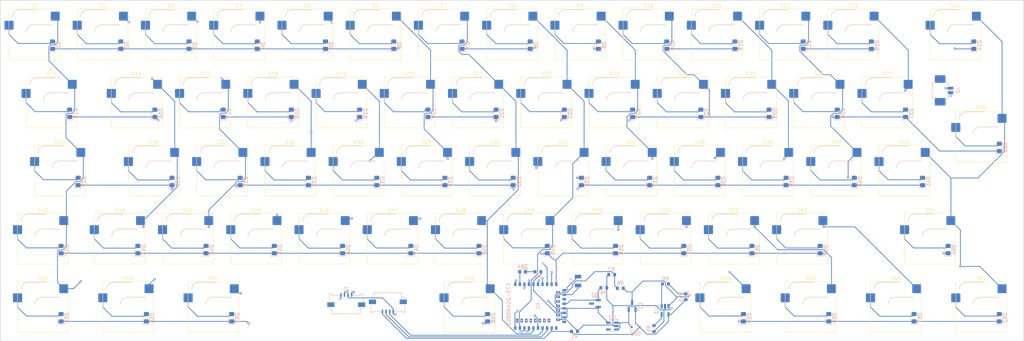
<source format=kicad_pcb>
(kicad_pcb (version 20240108) (generator "pcbnew") (generator_version "8.0")
  (layers (0 "F.Cu" signal) (1 "In1.Cu" signal) (2 "In2.Cu" signal) (31 "B.Cu" signal) (34 "B.Paste" user) (35 "F.Paste" user) (36 "B.SilkS" user "B.Silkscreen") (37 "F.SilkS" user "F.Silkscreen") (38 "B.Mask" user) (39 "F.Mask" user) (44 "Edge.Cuts" user))
  (net 0 "")
  (net 1 "VBUS")
  (net 2 "Net-(D1-A)")
  (net 3 "Net-(D2-A)")
  (net 4 "BLUE_LED")
  (net 5 "row_0")
  (net 6 "Net-(D4-A)")
  (net 7 "Net-(D5-A)")
  (net 8 "Net-(D3-A)")
  (net 9 "Net-(D6-A)")
  (net 10 "Net-(D7-A)")
  (net 11 "Net-(D8-A)")
  (net 12 "Net-(D9-A)")
  (net 13 "Net-(D10-A)")
  (net 14 "Net-(D11-A)")
  (net 15 "Net-(D12-A)")
  (net 16 "Net-(D13-A)")
  (net 17 "Net-(D14-A)")
  (net 18 "Net-(D15-A)")
  (net 19 "Net-(D16-A)")
  (net 20 "Net-(D17-A)")
  (net 21 "Net-(D18-A)")
  (net 22 "row_1")
  (net 23 "Net-(D19-A)")
  (net 24 "Net-(D20-A)")
  (net 25 "Net-(D21-A)")
  (net 26 "Net-(D22-A)")
  (net 27 "Net-(D23-A)")
  (net 28 "Net-(D24-A)")
  (net 29 "Net-(D25-A)")
  (net 30 "Net-(D26-A)")
  (net 31 "Net-(D27-A)")
  (net 32 "Net-(D28-A)")
  (net 33 "Net-(D29-A)")
  (net 34 "Net-(D30-A)")
  (net 35 "Net-(D31-A)")
  (net 36 "Net-(D32-A)")
  (net 37 "row_2")
  (net 38 "Net-(D33-A)")
  (net 39 "Net-(D34-A)")
  (net 40 "Net-(D35-A)")
  (net 41 "Net-(D36-A)")
  (net 42 "Net-(D37-A)")
  (net 43 "Net-(D38-A)")
  (net 44 "Net-(D39-A)")
  (net 45 "Net-(D40-A)")
  (net 46 "Net-(D41-A)")
  (net 47 "Net-(D42-A)")
  (net 48 "Net-(D43-A)")
  (net 49 "Net-(D44-A)")
  (net 50 "Net-(D45-A)")
  (net 51 "row_3")
  (net 52 "Net-(D46-A)")
  (net 53 "Net-(D47-A)")
  (net 54 "Net-(D48-A)")
  (net 55 "Net-(D49-A)")
  (net 56 "Net-(D50-A)")
  (net 57 "Net-(D51-A)")
  (net 58 "Net-(D52-A)")
  (net 59 "Net-(D53-A)")
  (net 60 "Net-(D54-A)")
  (net 61 "Net-(D55-A)")
  (net 62 "Net-(D56-A)")
  (net 63 "Net-(D57-A)")
  (net 64 "Net-(D58-A)")
  (net 65 "row_4")
  (net 66 "Net-(D59-A)")
  (net 67 "Net-(D60-A)")
  (net 68 "DATA-")
  (net 69 "GND")
  (net 70 "DATA+")
  (net 71 "SWD")
  (net 72 "nRF_VDD")
  (net 73 "SWC")
  (net 74 "VBAT")
  (net 75 "/P1.04")
  (net 76 "col_10")
  (net 77 "POWER_PIN")
  (net 78 "EXT_VCC")
  (net 79 "Net-(U3-PROG)")
  (net 80 "BATTERY_PIN")
  (net 81 "Net-(U3-STAT)")
  (net 82 "col_0")
  (net 83 "col_1")
  (net 84 "col_2")
  (net 85 "col_3")
  (net 86 "col_4")
  (net 87 "col_5")
  (net 88 "col_6")
  (net 89 "col_7")
  (net 90 "col_8")
  (net 91 "col_9")
  (net 92 "col_11")
  (net 93 "col_12")
  (net 94 "col_13")
  (net 95 "/P0.26")
  (net 96 "PROG")
  (net 97 "/P0.07")
  (net 98 "DCCH")
  (net 99 "/P0.01")
  (net 100 "/P1.00")
  (net 101 "/P0.22")
  (net 102 "/P1.02")
  (net 103 "/P0.00")
  (net 104 "RESET")
  (net 106 "Net-(D61-A)")
  (net 107 "Net-(D62-A)")
  (net 108 "Net-(D63-K)")
  (net 109 "Net-(D64-K)")
  (net 110 "Net-(D65-K)")
  (footprint "PCM_Switch_Keyboard_Hotswap_Kailh:SW_Hotswap_Kailh_MX_1.00u" (layer "F.Cu") (at 123.825 57.15)
    (property "Reference" "S19")
    (property "Value" "MX1A")
  )
  (footprint "PCM_Switch_Keyboard_Hotswap_Kailh:SW_Hotswap_Kailh_MX_1.00u" (layer "F.Cu") (at 114.3 38.1)
    (property "Reference" "S5")
    (property "Value" "MX1A")
  )
  (footprint "PCM_Switch_Keyboard_Hotswap_Kailh:SW_Hotswap_Kailh_MX_1.00u" (layer "F.Cu") (at 266.7 38.1)
    (property "Reference" "S13")
    (property "Value" "MX1A")
  )
  (footprint "PCM_Switch_Keyboard_Hotswap_Kailh:SW_Hotswap_Kailh_MX_1.00u" (layer "F.Cu") (at 90.4875 76.2)
    (property "Reference" "S31")
    (property "Value" "MX1A")
  )
  (footprint "PCM_Switch_Keyboard_Hotswap_Kailh:SW_Hotswap_Kailh_MX_1.00u" (layer "F.Cu") (at 185.7375 76.2)
    (property "Reference" "S36")
    (property "Value" "MX1A")
  )
  (footprint "PCM_Switch_Keyboard_Hotswap_Kailh:SW_Hotswap_Kailh_MX_1.00u" (layer "F.Cu") (at 233.3625 95.25)
    (property "Reference" "S52")
    (property "Value" "MX1A")
  )
  (footprint "PCM_Switch_Keyboard_Hotswap_Kailh:SW_Hotswap_Kailh_MX_1.25u" (layer "F.Cu") (at 64.2938 114.3)
    (property "Reference" "S56")
    (property "Value" "MX1A")
  )
  (footprint "PCM_Switch_Keyboard_Hotswap_Kailh:SW_Hotswap_Kailh_MX_1.50u" (layer "F.Cu") (at 42.8625 57.15)
    (property "Reference" "S15")
    (property "Value" "MX1A")
  )
  (footprint "PCM_Switch_Keyboard_Hotswap_Kailh:SW_Hotswap_Kailh_MX_1.00u" (layer "F.Cu") (at 38.1 38.1)
    (property "Reference" "S1")
    (property "Value" "MX1A")
  )
  (footprint "PCM_Switch_Keyboard_Hotswap_Kailh:SW_Hotswap_Kailh_MX_1.00u" (layer "F.Cu") (at 214.3125 95.25)
    (property "Reference" "S51")
    (property "Value" "MX1A")
  )
  (footprint "PCM_Switch_Keyboard_Hotswap_Kailh:SW_Hotswap_Kailh_MX_2.00u" (layer "F.Cu") (at 295.275 38.1)
    (property "Reference" "S14")
    (property "Value" "MX1A")
  )
  (footprint "PCM_Switch_Keyboard_Hotswap_Kailh:SW_Hotswap_Kailh_MX_1.25u" (layer "F.Cu") (at 254.7938 114.3)
    (property "Reference" "S60")
    (property "Value" "MX1A")
  )
  (footprint "PCM_Switch_Keyboard_Hotswap_Kailh:SW_Hotswap_Kailh_MX_1.00u" (layer "F.Cu") (at 223.8375 76.2)
    (property "Reference" "S38")
    (property "Value" "MX1A")
  )
  (footprint "PCM_Switch_Keyboard_Hotswap_Kailh:SW_Hotswap_Kailh_MX_1.25u" (layer "F.Cu") (at 40.4813 114.3)
    (property "Reference" "S55")
    (property "Value" "MX1A")
  )
  (footprint "PCM_Switch_Keyboard_Hotswap_Kailh:SW_Hotswap_Kailh_MX_1.25u" (layer "F.Cu") (at 40.4813 95.25)
    (property "Reference" "S42")
    (property "Value" "MX1A")
  )
  (footprint "PCM_Switch_Keyboard_Hotswap_Kailh:SW_Hotswap_Kailh_MX_1.00u" (layer "F.Cu") (at 138.1125 95.25)
    (property "Reference" "S47")
    (property "Value" "MX1A")
  )
  (footprint "PCM_Switch_Keyboard_Hotswap_Kailh:SW_Hotswap_Kailh_MX_1.00u" (layer "F.Cu") (at 171.45 38.1)
    (property "Reference" "S8")
    (property "Value" "MX1A")
  )
  (footprint "PCM_Switch_Keyboard_Hotswap_Kailh:SW_Hotswap_Kailh_MX_1.00u" (layer "F.Cu") (at 66.675 57.15)
    (property "Reference" "S16")
    (property "Value" "MX1A")
  )
  (footprint "PCM_Switch_Keyboard_Hotswap_Kailh:SW_Hotswap_Kailh_MX_1.00u" (layer "F.Cu") (at 119.0625 95.25)
    (property "Reference" "S46")
    (property "Value" "MX1A")
  )
  (footprint "PCM_Switch_Keyboard_Hotswap_Kailh:SW_Hotswap_Kailh_MX_1.00u" (layer "F.Cu") (at 57.15 38.1)
    (property "Reference" "S2")
    (property "Value" "MX1A")
  )
  (footprint "PCM_Switch_Keyboard_Hotswap_Kailh:SW_Hotswap_Kailh_MX_1.00u" (layer "F.Cu") (at 257.175 57.15)
    (property "Reference" "S26")
    (property "Value" "MX1A")
  )
  (footprint "PCM_Switch_Keyboard_Hotswap_Kailh:SW_Hotswap_Kailh_MX_1.00u" (layer "F.Cu") (at 157.1625 95.25)
    (property "Reference" "S48")
    (property "Value" "MX1A")
  )
  (footprint "PCM_Switch_Keyboard_Hotswap_Kailh:SW_Hotswap_Kailh_MX_1.00u" (layer "F.Cu") (at 228.6 38.1)
    (property "Reference" "S11")
    (property "Value" "MX1A")
  )
  (footprint "PCM_Switch_Keyboard_Hotswap_Kailh:SW_Hotswap_Kailh_MX_1.00u" (layer "F.Cu") (at 200.025 57.15)
    (property "Reference" "S23")
    (property "Value" "MX1A")
  )
  (footprint "PCM_Switch_Keyboard_Hotswap_Kailh:SW_Hotswap_Kailh_MX_1.25u" (layer "F.Cu") (at 88.1063 114.3)
    (property "Reference" "S57")
    (property "Value" "MX1A")
  )
  (footprint "PCM_Switch_Keyboard_Hotswap_Kailh:SW_Hotswap_Kailh_MX_1.00u" (layer "F.Cu") (at 190.5 38.1)
    (property "Reference" "S9")
    (property "Value" "MX1A")
  )
  (footprint "PCM_Switch_Keyboard_Hotswap_Kailh:SW_Hotswap_Kailh_MX_1.00u" (layer "F.Cu") (at 280.9875 76.2)
    (property "Reference" "S41")
    (property "Value" "MX1A")
  )
  (footprint "PCM_Switch_Keyboard_Hotswap_Kailh:SW_Hotswap_Kailh_MX_1.00u" (layer "F.Cu") (at 204.7875 76.2)
    (property "Reference" "S37")
    (property "Value" "MX1A")
  )
  (footprint "PCM_Switch_Keyboard_Hotswap_Kailh:SW_Hotswap_Kailh_MX_6.25u" (layer "F.Cu") (at 159.5438 114.3)
    (property "Reference" "S58")
    (property "Value" "MX1A")
  )
  (footprint "PCM_Switch_Keyboard_Hotswap_Kailh:SW_Hotswap_Kailh_MX_1.00u" (layer "F.Cu") (at 76.2 38.1)
    (property "Reference" "S3")
    (property "Value" "MX1A")
  )
  (footprint "PCM_Switch_Keyboard_Hotswap_Kailh:SW_Hotswap_Kailh_MX_1.00u" (layer "F.Cu") (at 252.4125 95.25)
    (property "Reference" "S53")
    (property "Value" "MX1A")
  )
  (footprint "PCM_Switch_Keyboard_Hotswap_Kailh:SW_Hotswap_Kailh_MX_1.00u" (layer "F.Cu") (at 133.35 38.1)
    (property "Reference" "S6")
    (property "Value" "MX1A")
  )
  (footprint "PCM_Switch_Keyboard_Hotswap_Kailh:SW_Hotswap_Kailh_MX_1.00u" (layer "F.Cu") (at 95.25 38.1)
    (property "Reference" "S4")
    (property "Value" "MX1A")
  )
  (footprint "PCM_Switch_Keyboard_Hotswap_Kailh:SW_Hotswap_Kailh_MX_1.00u" (layer "F.Cu") (at 219.075 57.15)
    (property "Reference" "S24")
    (property "Value" "MX1A")
  )
  (footprint "PCM_Switch_Keyboard_Hotswap_Kailh:SW_Hotswap_Kailh_MX_1.00u" (layer "F.Cu") (at 209.55 38.1)
    (property "Reference" "S10")
    (property "Value" "MX1A")
  )
  (footprint "PCM_Switch_Keyboard_Hotswap_Kailh:SW_Hotswap_Kailh_MX_1.00u" (layer "F.Cu") (at 276.225 57.15)
    (property "Reference" "S27")
    (property "Value" "MX1A")
  )
  (footprint "PCM_Switch_Keyboard_Hotswap_Kailh:SW_Hotswap_Kailh_MX_1.00u" (layer "F.Cu") (at 100.0125 95.25)
    (property "Reference" "S45")
    (property "Value" "MX1A")
  )
  (footprint "PCM_Switch_Keyboard_Hotswap_Kailh:SW_Hotswap_Kailh_MX_1.00u" (layer "F.Cu") (at 71.4375 76.2)
    (property "Reference" "S30")
    (property "Value" "MX1A")
  )
  (footprint "PCM_Switch_Keyboard_Hotswap_Kailh:SW_Hotswap_Kailh_MX_1.00u" (layer "F.Cu") (at 176.2125 95.25)
    (property "Reference" "S49")
    (property "Value" "MX1A")
  )
  (footprint "PCM_Switch_Keyboard_Hotswap_Kailh:SW_Hotswap_Kailh_MX_1.25u" (layer "F.Cu") (at 302.4188 114.3)
    (property "Reference" "S62")
    (property "Value" "MX1A")
  )
  (footprint "PCM_Switch_Keyboard_Hotswap_Kailh:SW_Hotswap_Kailh_MX_1.00u" (layer "F.Cu") (at 142.875 57.15)
    (property "Reference" "S20")
    (property "Value" "MX1A")
  )
  (footprint "PCM_Switch_Keyboard_Hotswap_Kailh:SW_Hotswap_Kailh_MX_1.00u" (layer "F.Cu") (at 238.125 57.15)
    (property "Reference" "S25")
    (property "Value" "MX1A")
  )
  (footprint "PCM_Switch_Keyboard_Hotswap_Kailh:SW_Hotswap_Kailh_MX_1.00u" (layer "F.Cu") (at 166.6875 76.2)
    (property "Reference" "S35")
    (property "Value" "MX1A")
  )
  (footprint "PCM_Switch_Keyboard_Hotswap_Kailh:SW_Hotswap_Kailh_MX_1.00u" (layer "F.Cu") (at 147.6375 76.2)
    (property "Reference" "S34")
    (property "Value" "MX1A")
  )
  (footprint "PCM_Switch_Keyboard_Hotswap_Kailh:SW_Hotswap_Kailh_MX_1.00u" (layer "F.Cu") (at 180.975 57.15)
    (property "Reference" "S22")
    (property "Value" "MX1A")
  )
  (footprint "PCM_Switch_Keyboard_Hotswap_Kailh:SW_Hotswap_Kailh_MX_1.00u" (layer "F.Cu") (at 152.4 38.1)
    (property "Reference" "S7")
    (property "Value" "MX1A")
  )
  (footprint "PCM_Switch_Keyboard_Hotswap_Kailh:SW_Hotswap_Kailh_MX_1.00u" (layer "F.Cu") (at 85.725 57.15)
    (property "Reference" "S17")
    (property "Value" "MX1A")
  )
  (footprint "PCM_Switch_Keyboard_Hotswap_Kailh:SW_Hotswap_Kailh_MX_1.00u" (layer "F.Cu") (at 109.5375 76.2)
    (property "Reference" "S32")
    (property "Value" "MX1A")
  )
  (footprint "PCM_Switch_Keyboard_Hotswap_Kailh:SW_Hotswap_Kailh_MX_1.75u" (layer "F.Cu") (at 45.2438 76.2)
    (property "Reference" "S29")
    (property "Value" "MX1A")
  )
  (footprint "PCM_Switch_Keyboard_Hotswap_Kailh:SW_Hotswap_Kailh_MX_ISOEnter" (layer "F.Cu") (at 302.4188 66.675)
    (property "Reference" "S28")
    (property "Value" "MX1A")
  )
  (footprint "PCM_Switch_Keyboard_Hotswap_Kailh:SW_Hotswap_Kailh_MX_1.00u" (layer "F.Cu") (at 247.65 38.1)
    (property "Reference" "S12")
    (property "Value" "MX1A")
  )
  (footprint "PCM_Switch_Keyboard_Hotswap_Kailh:SW_Hotswap_Kailh_MX_1.00u" (layer "F.Cu") (at 104.775 57.15)
    (property "Reference" "S18")
    (property "Value" "MX1A")
  )
  (footprint "PCM_Switch_Keyboard_Hotswap_Kailh:SW_Hotswap_Kailh_MX_2.75u" (layer "F.Cu") (at 288.1313 95.25)
    (property "Reference" "S54")
    (property "Value" "MX1A")
  )
  (footprint "PCM_Switch_Keyboard_Hotswap_Kailh:SW_Hotswap_Kailh_MX_1.00u" (layer "F.Cu") (at 61.9125 95.25)
    (property "Reference" "S43")
    (property "Value" "MX1A")
  )
  (footprint "PCM_Switch_Keyboard_Hotswap_Kailh:SW_Hotswap_Kailh_MX_1.00u" (layer "F.Cu") (at 128.5875 76.2)
    (property "Reference" "S33")
    (property "Value" "MX1A")
  )
  (footprint "PCM_Switch_Keyboard_Hotswap_Kailh:SW_Hotswap_Kailh_MX_1.00u" (layer "F.Cu") (at 80.9625 95.25)
    (property "Reference" "S44")
    (property "Value" "MX1A")
  )
  (footprint "PCM_Switch_Keyboard_Hotswap_Kailh:SW_Hotswap_Kailh_MX_1.00u" (layer "F.Cu") (at 195.2625 95.25)
    (property "Reference" "S50")
    (property "Value" "MX1A")
  )
  (footprint "PCM_Switch_Keyboard_Hotswap_Kailh:SW_Hotswap_Kailh_MX_1.00u" (layer "F.Cu") (at 261.9375 76.2)
    (property "Reference" "S40")
    (property "Value" "MX1A")
  )
  (footprint "PCM_Switch_Keyboard_Hotswap_Kailh:SW_Hotswap_Kailh_MX_1.25u" (layer "F.Cu") (at 278.6063 114.3)
    (property "Reference" "S61")
    (property "Value" "MX1A")
  )
  (footprint "PCM_Switch_Keyboard_Hotswap_Kailh:SW_Hotswap_Kailh_MX_1.00u" (layer "F.Cu") (at 242.8875 76.2)
    (property "Reference" "S39")
    (property "Value" "MX1A")
  )
  (footprint "PCM_Switch_Keyboard_Hotswap_Kailh:SW_Hotswap_Kailh_MX_1.00u" (layer "F.Cu") (at 161.925 57.15)
    (property "Reference" "S21")
    (property "Value" "MX1A")
  )
  (footprint "PCM_Switch_Keyboard_Hotswap_Kailh:SW_Hotswap_Kailh_MX_1.25u" (layer "F.Cu") (at 230.9813 114.3)
    (property "Reference" "S59")
    (property "Value" "MX1A")
  )
  (footprint "Diode_SMD:D_0805_2012Metric_Pad1.15x1.40mm_HandSolder" (layer "B.Cu") (at 71.755 60.18 90)
    (property "Reference" "D16")
    (property "Value" "DIODE")
  )
  (footprint "Diode_SMD:D_0805_2012Metric_Pad1.15x1.40mm_HandSolder" (layer "B.Cu") (at 262.255 60.18 90)
    (property "Reference" "D26")
    (property "Value" "DIODE")
  )
  (footprint "Diode_SMD:D_0805_2012Metric_Pad1.15x1.40mm_HandSolder" (layer "B.Cu") (at 200.3425 98.28 90)
    (property "Reference" "D50")
    (property "Value" "DIODE")
  )
  (footprint "Connector_FFC-FPC:Molex_200528-0040_1x04-1MP_P1.00mm_Horizontal" (layer "B.Cu") (at 136.775 114.665)
    (property "Reference" "J3")
    (property "Value" "Conn_01x04")
  )
  (footprint "Diode_SMD:D_0805_2012Metric_Pad1.15x1.40mm_HandSolder" (layer "B.Cu") (at 81.28 41.13 90)
    (property "Reference" "D3")
    (property "Value" "DIODE")
  )
  (footprint "Diode_SMD:D_0805_2012Metric_Pad1.15x1.40mm_HandSolder" (layer "B.Cu") (at 236.0613 117.33 90)
    (property "Reference" "D59")
    (property "Value" "DIODE")
  )
  (footprint "LED_SMD:LED_0603_1608Metric" (layer "B.Cu") (at 174.375 104.475 180)
    (property "Reference" "D64")
    (property "Value" "BLUE")
  )
  (footprint "Diode_SMD:D_0805_2012Metric_Pad1.15x1.40mm_HandSolder" (layer "B.Cu") (at 86.0425 98.28 90)
    (property "Reference" "D44")
    (property "Value" "DIODE")
  )
  (footprint "Diode_SMD:D_0805_2012Metric_Pad1.15x1.40mm_HandSolder" (layer "B.Cu") (at 267.0175 79.23 90)
    (property "Reference" "D40")
    (property "Value" "DIODE")
  )
  (footprint "Diode_SMD:D_0805_2012Metric_Pad1.15x1.40mm_HandSolder" (layer "B.Cu") (at 133.6675 79.23 90)
    (property "Reference" "D33")
    (property "Value" "DIODE")
  )
  (footprint "Diode_SMD:D_0805_2012Metric_Pad1.15x1.40mm_HandSolder" (layer "B.Cu") (at 214.63 41.13 90)
    (property "Reference" "D10")
    (property "Value" "DIODE")
  )
  (footprint "Resistor_SMD:R_0603_1608Metric" (layer "B.Cu") (at 178.675 104.475)
    (property "Reference" "R4")
    (property "Value" "1K")
  )
  (footprint "Diode_SMD:D_0805_2012Metric_Pad1.15x1.40mm_HandSolder" (layer "B.Cu") (at 157.48 41.13 90)
    (property "Reference" "D7")
    (property "Value" "DIODE")
  )
  (footprint "Diode_SMD:D_0805_2012Metric_Pad1.15x1.40mm_HandSolder" (layer "B.Cu") (at 109.855 60.18 90)
    (property "Reference" "D18")
    (property "Value" "DIODE")
  )
  (footprint "Diode_SMD:D_0805_2012Metric_Pad1.15x1.40mm_HandSolder" (layer "B.Cu") (at 271.78 41.13 90)
    (property "Reference" "D13")
    (property "Value" "DIODE")
  )
  (footprint "Diode_SMD:D_0805_2012Metric_Pad1.15x1.40mm_HandSolder" (layer "B.Cu") (at 162.2425 98.28 90)
    (property "Reference" "D48")
    (property "Value" "DIODE")
  )
  (footprint "Diode_SMD:D_0805_2012Metric_Pad1.15x1.40mm_HandSolder" (layer "B.Cu") (at 238.4425 98.28 90)
    (property "Reference" "D52")
    (property "Value" "DIODE")
  )
  (footprint "Diode_SMD:D_0805_2012Metric_Pad1.15x1.40mm_HandSolder" (layer "B.Cu") (at 257.4925 98.28 90)
    (property "Reference" "D53")
    (property "Value" "DIODE")
  )
  (footprint "Diode_SMD:D_0805_2012Metric_Pad1.15x1.40mm_HandSolder" (layer "B.Cu") (at 66.9925 98.28 90)
    (property "Reference" "D43")
    (property "Value" "DIODE")
  )
  (footprint "Diode_SMD:D_0805_2012Metric_Pad1.15x1.40mm_HandSolder" (layer "B.Cu") (at 283.6863 117.33 90)
    (property "Reference" "D61")
    (property "Value" "DIODE")
  )
  (footprint "Diode_SMD:D_0805_2012Metric_Pad1.15x1.40mm_HandSolder" (layer "B.Cu") (at 247.9675 79.23 90)
    (property "Reference" "D39")
    (property "Value" "DIODE")
  )
  (footprint "Diode_SMD:D_0805_2012Metric_Pad1.15x1.40mm_HandSolder" (layer "B.Cu") (at 50.3238 79.23 90)
    (property "Reference" "D29")
    (property "Value" "DIODE")
  )
  (footprint "Diode_SMD:D_0805_2012Metric_Pad1.15x1.40mm_HandSolder" (layer "B.Cu") (at 243.205 60.18 90)
    (property "Reference" "D25")
    (property "Value" "DIODE")
  )
  (footprint "Diode_SMD:D_0805_2012Metric_Pad1.15x1.40mm_HandSolder" (layer "B.Cu") (at 167.005 60.18 90)
    (property "Reference" "D21")
    (property "Value" "DIODE")
  )
  (footprint "Diode_SMD:D_0805_2012Metric_Pad1.15x1.40mm_HandSolder" (layer "B.Cu") (at 195.58 41.13 90)
    (property "Reference" "D9")
    (property "Value" "DIODE")
  )
  (footprint "Diode_SMD:D_0805_2012Metric_Pad1.15x1.40mm_HandSolder" (layer "B.Cu") (at 307.4988 117.33 90)
    (property "Reference" "D62")
    (property "Value" "DIODE")
  )
  (footprint "Diode_SMD:D_0805_2012Metric_Pad1.15x1.40mm_HandSolder" (layer "B.Cu") (at 228.9175 79.23 90)
    (property "Reference" "D38")
    (property "Value" "DIODE")
  )
  (footprint "Diode_SMD:D_0805_2012Metric_Pad1.15x1.40mm_HandSolder" (layer "B.Cu") (at 124.1425 98.28 90)
    (property "Reference" "D46")
    (property "Value" "DIODE")
  )
  (footprint "Diode_SMD:D_0805_2012Metric_Pad1.15x1.40mm_HandSolder" (layer "B.Cu") (at 164.6238 117.33 90)
    (property "Reference" "D58")
    (property "Value" "DIODE")
  )
  (footprint "Diode_SMD:D_0805_2012Metric_Pad1.15x1.40mm_HandSolder" (layer "B.Cu") (at 47.9425 60.18 90)
    (property "Reference" "D15")
    (property "Value" "DIODE")
  )
  (footprint "Diode_SMD:D_0805_2012Metric_Pad1.15x1.40mm_HandSolder" (layer "B.Cu") (at 95.5675 79.23 90)
    (property "Reference" "D31")
    (property "Value" "DIODE")
  )
  (footprint "Diode_SMD:D_0805_2012Metric_Pad1.15x1.40mm_HandSolder" (layer "B.Cu") (at 90.805 60.18 90)
    (property "Reference" "D17")
    (property "Value" "DIODE")
  )
  (footprint "Diode_SMD:D_0805_2012Metric_Pad1.15x1.40mm_HandSolder" (layer "B.Cu") (at 233.68 41.13 90)
    (property "Reference" "D11")
    (property "Value" "DIODE")
  )
  (footprint "Diode_SMD:D_0805_2012Metric_Pad1.15x1.40mm_HandSolder" (layer "B.Cu") (at 143.1925 98.28 90)
    (property "Reference" "D47")
    (property "Value" "DIODE")
  )
  (footprint "Diode_SMD:D_0805_2012Metric_Pad1.15x1.40mm_HandSolder" (layer "B.Cu") (at 286.0675 79.23 90)
    (property "Reference" "D41")
    (property "Value" "DIODE")
  )
  (footprint "Diode_SMD:D_0805_2012Metric_Pad1.15x1.40mm_HandSolder" (layer "B.Cu") (at 62.23 41.13 90)
    (property "Reference" "D2")
    (property "Value" "DIODE")
  )
  (footprint "Connector_FFC-FPC:Molex_200528-0040_1x04-1MP_P1.00mm_Horizontal" (layer "B.Cu") (at 125.175 111.885 180)
    (property "Reference" "J1")
    (property "Value" "Conn_01x04")
  )
  (footprint "Diode_SMD:D_0805_2012Metric_Pad1.15x1.40mm_HandSolder" (layer "B.Cu") (at 128.905 60.18 90)
    (property "Reference" "D19")
    (property "Value" "DIODE")
  )
  (footprint "Resistor_SMD:R_0603_1608Metric" (layer "B.Cu") (at 188.875 121.175)
    (property "Reference" "R1")
    (property "Value" "100K")
  )
  (footprint "Diode_SMD:D_0805_2012Metric_Pad1.15x1.40mm_HandSolder" (layer "B.Cu") (at 219.3925 98.28 90)
    (property "Reference" "D51")
    (property "Value" "DIODE")
  )
  (footprint "Package_TO_SOT_SMD:SOT-23-5" (layer "B.Cu") (at 214.175 115.275 -90)
    (property "Reference" "U3")
    (property "Value" "TP4054")
  )
  (footprint "Diode_SMD:D_0805_2012Metric_Pad1.15x1.40mm_HandSolder" (layer "B.Cu") (at 171.7675 79.23 90)
    (property "Reference" "D35")
    (property "Value" "DIODE")
  )
  (footprint "nrfmicro:E73-2G4M08S1C-52840" (layer "B.Cu") (at 186.385 114.094 180)
    (property "Reference" "U1")
    (property "Value" "E73-2G4M08S1C")
  )
  (footprint "Connector_Molex:Molex_PicoBlade_53261-0271_1x02-1MP_P1.25mm_Horizontal" (layer "B.Cu") (at 291.475 53.775 90)
    (property "Reference" "J2")
    (property "Value" "Conn_01x02")
  )
  (footprint "Resistor_SMD:R_0603_1608Metric" (layer "B.Cu") (at 201.675 109.075 180)
    (property "Reference" "R6")
    (property "Value" "820K")
  )
  (footprint "Diode_SMD:D_0805_2012Metric_Pad1.15x1.40mm_HandSolder" (layer "B.Cu") (at 93.1863 117.33 90)
    (property "Reference" "D57")
    (property "Value" "DIODE")
  )
  (footprint "Diode_SMD:D_0805_2012Metric_Pad1.15x1.40mm_HandSolder" (layer "B.Cu") (at 209.8675 79.23 90)
    (property "Reference" "D37")
    (property "Value" "DIODE")
  )
  (footprint "Diode_SMD:D_0805_2012Metric_Pad1.15x1.40mm_HandSolder" (layer "B.Cu") (at 300.355 41.13 90)
    (property "Reference" "D14")
    (property "Value" "DIODE")
  )
  (footprint "Diode_SMD:D_0805_2012Metric_Pad1.15x1.40mm_HandSolder" (layer "B.Cu") (at 186.055 60.18 90)
    (property "Reference" "D22")
    (property "Value" "DIODE")
  )
  (footprint "Diode_SMD:D_0805_2012Metric_Pad1.15x1.40mm_HandSolder" (layer "B.Cu") (at 181.2925 98.28 90)
    (property "Reference" "D49")
    (property "Value" "DIODE")
  )
  (footprint "Package_TO_SOT_SMD:SOT-23" (layer "B.Cu") (at 194.575 113.375 180)
    (property "Reference" "Q2")
    (property "Value" "AO3407")
  )
  (footprint "Diode_SMD:D_0805_2012Metric_Pad1.15x1.40mm_HandSolder" (layer "B.Cu") (at 69.3738 117.33 90)
    (property "Reference" "D56")
    (property "Value" "DIODE")
  )
  (footprint "Resistor_SMD:R_0603_1608Metric" (layer "B.Cu") (at 199.275 105.275 180)
    (property "Reference" "R7")
    (property "Value" "2M")
  )
  (footprint "Diode_SMD:D_0805_2012Metric_Pad1.15x1.40mm_HandSolder" (layer "B.Cu") (at 76.5175 79.23 90)
    (property "Reference" "D30")
    (property "Value" "DIODE")
  )
  (footprint "Diode_SMD:D_0805_2012Metric_Pad1.15x1.40mm_HandSolder" (layer "B.Cu") (at 205.105 60.18 90)
    (property "Reference" "D23")
    (property "Value" "DIODE")
  )
  (footprint "LED_SMD:LED_0603_1608Metric" (layer "B.Cu") (at 219.975 111.475 -90)
    (property "Reference" "D65")
    (property "Value" "RED")
  )
  (footprint "Diode_SMD:D_0805_2012Metric_Pad1.15x1.40mm_HandSolder" (layer "B.Cu") (at 119.38 41.13 90)
    (property "Reference" "D5")
    (property "Value" "DIODE")
  )
  (footprint "Package_TO_SOT_SMD:SOT-23-5" (layer "B.Cu") (at 199.475 119.675 180)
    (property "Reference" "U2")
    (property "Value" "AP2112K-3.3")
  )
  (footprint "Diode_SMD:D_0805_2012Metric_Pad1.15x1.40mm_HandSolder" (layer "B.Cu") (at 43.18 41.13 90)
    (property "Reference" "D1")
    (property "Value" "DIODE")
  )
  (footprint "Diode_SMD:D_0805_2012Metric_Pad1.15x1.40mm_HandSolder" (layer "B.Cu") (at 252.73 41.13 90)
    (property "Reference" "D12")
    (property "Value" "DIODE")
  )
  (footprint "Crystal:Crystal_SMD_3215-2Pin_3.2x1.5mm" (layer "B.Cu") (at 189.875 107.075 -90)
    (property "Reference" "X1")
    (property "Value" "32768kHz")
  )
  (footprint "Diode_SMD:D_0805_2012Metric_Pad1.15x1.40mm_HandSolder" (layer "B.Cu") (at 281.305 60.18 90)
    (property "Reference" "D27")
    (property "Value" "DIODE")
  )
  (footprint "Package_TO_SOT_SMD:SOT-23" (layer "B.Cu") (at 204.975 114.075 90)
    (property "Reference" "Q1")
    (property "Value" "AO3407")
  )
  (footprint "Resistor_SMD:R_0603_1608Metric" (layer "B.Cu") (at 211.075 120.375 -90)
    (property "Reference" "R5")
    (property "Value" "RPROG")
  )
  (footprint "Diode_SMD:D_0805_2012Metric_Pad1.15x1.40mm_HandSolder" (layer "B.Cu") (at 176.53 41.13 90)
    (property "Reference" "D8")
    (property "Value" "DIODE")
  )
  (footprint "Diode_SMD:D_0805_2012Metric_Pad1.15x1.40mm_HandSolder" (layer "B.Cu") (at 138.43 41.13 90)
    (property "Reference" "D6")
    (property "Value" "DIODE")
  )
  (footprint "Diode_SMD:D_0805_2012Metric_Pad1.15x1.40mm_HandSolder" (layer "B.Cu") (at 190.8175 79.23 90)
    (property "Reference" "D36")
    (property "Value" "DIODE")
  )
  (footprint "Resistor_SMD:R_0603_1608Metric" (layer "B.Cu") (at 197.075 108.975)
    (property "Reference" "R9")
    (property "Value" "2M")
  )
  (footprint "Diode_SMD:D_0805_2012Metric_Pad1.15x1.40mm_HandSolder" (layer "B.Cu") (at 45.5613 117.33 90)
    (property "Reference" "D55")
    (property "Value" "DIODE")
  )
  (footprint "Resistor_SMD:R_0603_1608Metric" (layer "B.Cu") (at 214.275 107.875 180)
    (property "Reference" "R8")
    (property "Value" "1K")
  )
  (footprint "Diode_SMD:D_0805_2012Metric_Pad1.15x1.40mm_HandSolder" (layer "B.Cu") (at 259.8738 117.33 90)
    (property "Reference" "D60")
    (property "Value" "DIODE")
  )
  (footprint "Diode_SMD:D_SOD-323F" (layer "B.Cu") (at 205.975 119.975)
    (property "Reference" "D63")
    (property "Value" "1N5819")
  )
  (footprint "Diode_SMD:D_0805_2012Metric_Pad1.15x1.40mm_HandSolder" (layer "B.Cu") (at 45.5613 98.28 90)
    (property "Reference" "D42")
    (property "Value" "DIODE")
  )
  (footprint "Diode_SMD:D_0805_2012Metric_Pad1.15x1.40mm_HandSolder" (layer "B.Cu") (at 100.33 41.13 90)
    (property "Reference" "D4")
    (property "Value" "DIODE")
  )
  (footprint "Diode_SMD:D_0805_2012Metric_Pad1.15x1.40mm_HandSolder" (layer "B.Cu") (at 293.2113 98.28 90)
    (property "Reference" "D54")
    (property "Value" "DIODE")
  )
  (footprint "Diode_SMD:D_0805_2012Metric_Pad1.15x1.40mm_HandSolder" (layer "B.Cu") (at 152.7175 79.23 90)
    (property "Reference" "D34")
    (property "Value" "DIODE")
  )
  (footprint "Diode_SMD:D_0805_2012Metric_Pad1.15x1.40mm_HandSolder" (layer "B.Cu") (at 224.155 60.18 90)
    (property "Reference" "D24")
    (property "Value" "DIODE")
  )
  (footprint "Diode_SMD:D_0805_2012Metric_Pad1.15x1.40mm_HandSolder" (layer "B.Cu") (at 147.955 60.18 90)
    (property "Reference" "D20")
    (property "Value" "DIODE")
  )
  (footprint "Diode_SMD:D_0805_2012Metric_Pad1.15x1.40mm_HandSolder" (layer "B.Cu") (at 307.4988 69.705 90)
    (property "Reference" "D28")
    (property "Value" "DIODE")
  )
  (footprint "Diode_SMD:D_0805_2012Metric_Pad1.15x1.40mm_HandSolder" (layer "B.Cu") (at 105.0925 98.28 90)
    (property "Reference" "D45")
    (property "Value" "DIODE")
  )
  (footprint "Diode_SMD:D_0805_2012Metric_Pad1.15x1.40mm_HandSolder" (layer "B.Cu") (at 114.6175 79.23 90)
    (property "Reference" "D32")
    (property "Value" "DIODE")
  )
  (gr_rect (start 28.575 28.575) (end 314.325 123.825) (stroke (width 0.15)) (fill none) (layer "Edge.Cuts"))
  (segment (start 188.05 121.175) (end 182.6753 121.175) (width 0.2) (layer "B.Cu") (net 1))
  (segment (start 205.925 118.825) (end 207.075 119.975) (width 0.2) (layer "B.Cu") (net 1))
  (segment (start 215.825 116.4125) (end 215.125 116.4125) (width 0.2) (layer "B.Cu") (net 1))
  (segment (start 219.975 112.2625) (end 215.825 116.4125) (width 0.2) (layer "B.Cu") (net 1))
  (segment (start 188.8572 121.9822) (end 188.05 121.175) (width 0.2) (layer "B.Cu") (net 1))
  (segment (start 205.925 115.0125) (end 205.925 118.825) (width 0.2) (layer "B.Cu") (net 1))
  (segment (start 180.4309 123.0988) (end 141.9971 123.0988) (width 0.2) (layer "B.Cu") (net 1))
  (segment (start 207.075 119.975) (end 205.0678 121.9822) (width 0.2) (layer "B.Cu") (net 1))
  (segment (start 182.6753 121.175) (end 182.515 121.0147) (width 0.2) (layer "B.Cu") (net 1))
  (segment (start 135.275 115.575) (end 135.275 116.3767) (width 0.2) (layer "B.Cu") (net 1))
  (segment (start 215.125 118.3933) (end 215.125 116.4125) (width 0.2) (layer "B.Cu") (net 1))
  (segment (start 182.515 121.0147) (end 180.4309 123.0988) (width 0.2) (layer "B.Cu") (net 1))
  (segment (start 209.0077 121.9077) (end 211.6106 121.9077) (width 0.2) (layer "B.Cu") (net 1))
  (segment (start 141.9971 123.0988) (end 135.275 116.3767) (width 0.2) (layer "B.Cu") (net 1))
  (segment (start 211.6106 121.9077) (end 215.125 118.3933) (width 0.2) (layer "B.Cu") (net 1))
  (segment (start 207.075 119.975) (end 209.0077 121.9077) (width 0.2) (layer "B.Cu") (net 1))
  (segment (start 205.0678 121.9822) (end 188.8572 121.9822) (width 0.2) (layer "B.Cu") (net 1))
  (segment (start 182.515 120.213) (end 182.515 121.0147) (width 0.2) (layer "B.Cu") (net 1))
  (segment (start 33.5495 40.6531) (end 31.015 38.1186) (width 0.2) (layer "B.Cu") (net 2))
  (segment (start 31.015 38.1186) (end 31.015 35.56) (width 0.2) (layer "B.Cu") (net 2))
  (segment (start 42.6319 40.6531) (end 33.5495 40.6531) (width 0.2) (layer "B.Cu") (net 2))
  (segment (start 43.18 40.105) (end 42.6319 40.6531) (width 0.2) (layer "B.Cu") (net 2))
  (segment (start 52.6521 40.7245) (end 50.065 38.1374) (width 0.2) (layer "B.Cu") (net 3))
  (segment (start 61.6105 40.7245) (end 52.6521 40.7245) (width 0.2) (layer "B.Cu") (net 3))
  (segment (start 50.065 38.1374) (end 50.065 35.56) (width 0.2) (layer "B.Cu") (net 3))
  (segment (start 62.23 40.105) (end 61.6105 40.7245) (width 0.2) (layer "B.Cu") (net 3))
  (segment (start 173.625 104.5125) (end 173.5875 104.475) (width 0.2) (layer "B.Cu") (net 4))
  (segment (start 173.625 107.975) (end 173.625 104.5125) (width 0.2) (layer "B.Cu") (net 4))
  (via (at 177.7457 41.8952) (size 0.6) (drill 0.33) (layers "F.Cu" "B.Cu") (net 5))
  (via (at 194.3708 42.085) (size 0.6) (drill 0.33) (layers "F.Cu" "B.Cu") (net 5))
  (via (at 272.9899 42.1077) (size 0.6) (drill 0.33) (layers "F.Cu" "B.Cu") (net 5))
  (via (at 179.975 106.2478) (size 0.6) (drill 0.33) (layers "F.Cu" "B.Cu") (net 5))
  (via (at 139.6479 42.0338) (size 0.6) (drill 0.33) (layers "F.Cu" "B.Cu") (net 5))
  (via (at 295.0687 42.1077) (size 0.6) (drill 0.33) (layers "F.Cu" "B.Cu") (net 5))
  (via (at 234.9161 42.1077) (size 0.6) (drill 0.33) (layers "F.Cu" "B.Cu") (net 5))
  (segment (start 271.8273 42.1077) (end 272.9899 42.1077) (width 0.2) (layer "B.Cu") (net 5))
  (segment (start 194.3708 42.085) (end 195.51 42.085) (width 0.2) (layer "B.Cu") (net 5))
  (segment (start 271.78 42.155) (end 271.8273 42.1077) (width 0.2) (layer "B.Cu") (net 5))
  (segment (start 81.28 42.155) (end 62.23 42.155) (width 0.2) (layer "B.Cu") (net 5))
  (segment (start 138.43 42.155) (end 119.38 42.155) (width 0.2) (layer "B.Cu") (net 5))
  (segment (start 195.51 42.085) (end 195.58 42.155) (width 0.2) (layer "B.Cu") (net 5))
  (segment (start 233.7273 42.1077) (end 234.9161 42.1077) (width 0.2) (layer "B.Cu") (net 5))
  (segment (start 177.7457 41.8952) (end 176.7898 41.8952) (width 0.2) (layer "B.Cu") (net 5))
  (segment (start 295.116 42.155) (end 295.0687 42.1077) (width 0.2) (layer "B.Cu") (net 5))
  (segment (start 100.33 42.155) (end 81.28 42.155) (width 0.2) (layer "B.Cu") (net 5))
  (segment (start 176.53 42.155) (end 157.48 42.155) (width 0.2) (layer "B.Cu") (net 5))
  (segment (start 43.18 42.155) (end 62.23 42.155) (width 0.2) (layer "B.Cu") (net 5))
  (segment (start 252.73 42.155) (end 271.78 42.155) (width 0.2) (layer "B.Cu") (net 5))
  (segment (start 139.6479 42.0338) (end 138.5512 42.0338) (width 0.2) (layer "B.Cu") (net 5))
  (segment (start 138.5512 42.0338) (end 138.43 42.155) (width 0.2) (layer "B.Cu") (net 5))
  (segment (start 233.68 42.155) (end 214.63 42.155) (width 0.2) (layer "B.Cu") (net 5))
  (segment (start 176.7898 41.8952) (end 176.53 42.155) (width 0.2) (layer "B.Cu") (net 5))
  (segment (start 233.68 42.155) (end 233.7273 42.1077) (width 0.2) (layer "B.Cu") (net 5))
  (segment (start 119.38 42.155) (end 100.33 42.155) (width 0.2) (layer "B.Cu") (net 5))
  (segment (start 179.975 106.2478) (end 179.975 107.975) (width 0.2) (layer "B.Cu") (net 5))
  (segment (start 300.355 42.155) (end 295.116 42.155) (width 0.2) (layer "B.Cu") (net 5))
  (segment (start 88.165 38.1207) (end 90.7731 40.7288) (width 0.2) (layer "B.Cu") (net 6))
  (segment (start 90.7731 40.7288) (end 99.7062 40.7288) (width 0.2) (layer "B.Cu") (net 6))
  (segment (start 88.165 35.56) (end 88.165 38.1207) (width 0.2) (layer "B.Cu") (net 6))
  (segment (start 99.7062 40.7288) (end 100.33 40.105) (width 0.2) (layer "B.Cu") (net 6))
  (segment (start 109.8021 40.7245) (end 107.215 38.1374) (width 0.2) (layer "B.Cu") (net 7))
  (segment (start 107.215 38.1374) (end 107.215 35.56) (width 0.2) (layer "B.Cu") (net 7))
  (segment (start 118.7605 40.7245) (end 109.8021 40.7245) (width 0.2) (layer "B.Cu") (net 7))
  (segment (start 119.38 40.105) (end 118.7605 40.7245) (width 0.2) (layer "B.Cu") (net 7))
  (segment (start 71.7021 40.7245) (end 69.115 38.1374) (width 0.2) (layer "B.Cu") (net 8))
  (segment (start 80.6605 40.7245) (end 71.7021 40.7245) (width 0.2) (layer "B.Cu") (net 8))
  (segment (start 69.115 38.1374) (end 69.115 35.56) (width 0.2) (layer "B.Cu") (net 8))
  (segment (start 81.28 40.105) (end 80.6605 40.7245) (width 0.2) (layer "B.Cu") (net 8))
  (segment (start 138.43 40.105) (end 137.8105 40.7245) (width 0.2) (layer "B.Cu") (net 9))
  (segment (start 137.8105 40.7245) (end 128.8521 40.7245) (width 0.2) (layer "B.Cu") (net 9))
  (segment (start 128.8521 40.7245) (end 126.265 38.1374) (width 0.2) (layer "B.Cu") (net 9))
  (segment (start 126.265 38.1374) (end 126.265 35.56) (width 0.2) (layer "B.Cu") (net 9))
  (segment (start 147.837 40.6576) (end 145.315 38.1356) (width 0.2) (layer "B.Cu") (net 10))
  (segment (start 156.9274 40.6576) (end 147.837 40.6576) (width 0.2) (layer "B.Cu") (net 10))
  (segment (start 157.48 40.105) (end 156.9274 40.6576) (width 0.2) (layer "B.Cu") (net 10))
  (segment (start 145.315 38.1356) (end 145.315 35.56) (width 0.2) (layer "B.Cu") (net 10))
  (segment (start 176.53 40.105) (end 175.9105 40.7245) (width 0.2) (layer "B.Cu") (net 11))
  (segment (start 164.365 38.1374) (end 164.365 35.56) (width 0.2) (layer "B.Cu") (net 11))
  (segment (start 166.9521 40.7245) (end 164.365 38.1374) (width 0.2) (layer "B.Cu") (net 11))
  (segment (start 175.9105 40.7245) (end 166.9521 40.7245) (width 0.2) (layer "B.Cu") (net 11))
  (segment (start 195.0274 40.6576) (end 185.937 40.6576) (width 0.2) (layer "B.Cu") (net 12))
  (segment (start 185.937 40.6576) (end 183.415 38.1356) (width 0.2) (layer "B.Cu") (net 12))
  (segment (start 183.415 38.1356) (end 183.415 35.56) (width 0.2) (layer "B.Cu") (net 12))
  (segment (start 195.58 40.105) (end 195.0274 40.6576) (width 0.2) (layer "B.Cu") (net 12))
  (segment (start 202.465 38.1356) (end 202.465 35.56) (width 0.2) (layer "B.Cu") (net 13))
  (segment (start 204.987 40.6576) (end 202.465 38.1356) (width 0.2) (layer "B.Cu") (net 13))
  (segment (start 214.63 40.105) (end 214.0774 40.6576) (width 0.2) (layer "B.Cu") (net 13))
  (segment (start 214.0774 40.6576) (end 204.987 40.6576) (width 0.2) (layer "B.Cu") (net 13))
  (segment (start 224.1231 40.7288) (end 233.0562 40.7288) (width 0.2) (layer "B.Cu") (net 14))
  (segment (start 221.515 35.56) (end 221.515 38.1207) (width 0.2) (layer "B.Cu") (net 14))
  (segment (start 221.515 38.1207) (end 224.1231 40.7288) (width 0.2) (layer "B.Cu") (net 14))
  (segment (start 233.0562 40.7288) (end 233.68 40.105) (width 0.2) (layer "B.Cu") (net 14))
  (segment (start 243.087 40.6576) (end 240.565 38.1356) (width 0.2) (layer "B.Cu") (net 15))
  (segment (start 252.1774 40.6576) (end 243.087 40.6576) (width 0.2) (layer "B.Cu") (net 15))
  (segment (start 240.565 38.1356) (end 240.565 35.56) (width 0.2) (layer "B.Cu") (net 15))
  (segment (start 252.73 40.105) (end 252.1774 40.6576) (width 0.2) (layer "B.Cu") (net 15))
  (segment (start 259.615 38.1374) (end 259.615 35.56) (width 0.2) (layer "B.Cu") (net 16))
  (segment (start 271.78 40.105) (end 271.1605 40.7245) (width 0.2) (layer "B.Cu") (net 16))
  (segment (start 271.1605 40.7245) (end 262.2021 40.7245) (width 0.2) (layer "B.Cu") (net 16))
  (segment (start 262.2021 40.7245) (end 259.615 38.1374) (width 0.2) (layer "B.Cu") (net 16))
  (segment (start 288.19 35.56) (end 288.19 38.1211) (width 0.2) (layer "B.Cu") (net 17))
  (segment (start 288.19 38.1211) (end 290.7977 40.7288) (width 0.2) (layer "B.Cu") (net 17))
  (segment (start 299.7312 40.7288) (end 300.355 40.105) (width 0.2) (layer "B.Cu") (net 17))
  (segment (start 290.7977 40.7288) (end 299.7312 40.7288) (width 0.2) (layer "B.Cu") (net 17))
  (segment (start 35.7775 57.1815) (end 38.2977 59.7017) (width 0.2) (layer "B.Cu") (net 18))
  (segment (start 47.3958 59.7017) (end 47.9425 59.155) (width 0.2) (layer "B.Cu") (net 18))
  (segment (start 35.7775 54.61) (end 35.7775 57.1815) (width 0.2) (layer "B.Cu") (net 18))
  (segment (start 38.2977 59.7017) (end 47.3958 59.7017) (width 0.2) (layer "B.Cu") (net 18))
  (segment (start 71.755 59.155) (end 71.1355 59.7745) (width 0.2) (layer "B.Cu") (net 19))
  (segment (start 71.1355 59.7745) (end 62.1771 59.7745) (width 0.2) (layer "B.Cu") (net 19))
  (segment (start 62.1771 59.7745) (end 59.59 57.1874) (width 0.2) (layer "B.Cu") (net 19))
  (segment (start 59.59 57.1874) (end 59.59 54.61) (width 0.2) (layer "B.Cu") (net 19))
  (segment (start 89.636 59.7418) (end 81.15 59.7418) (width 0.2) (layer "B.Cu") (net 20))
  (segment (start 90.2228 59.155) (end 89.636 59.7418) (width 0.2) (layer "B.Cu") (net 20))
  (segment (start 81.15 59.7418) (end 78.64 57.2318) (width 0.2) (layer "B.Cu") (net 20))
  (segment (start 90.805 59.155) (end 90.2228 59.155) (width 0.2) (layer "B.Cu") (net 20))
  (segment (start 78.64 57.2318) (end 78.64 54.61) (width 0.2) (layer "B.Cu") (net 20))
  (segment (start 109.2355 59.7745) (end 100.2771 59.7745) (width 0.2) (layer "B.Cu") (net 21))
  (segment (start 109.855 59.155) (end 109.2355 59.7745) (width 0.2) (layer "B.Cu") (net 21))
  (segment (start 97.69 57.1874) (end 97.69 54.61) (width 0.2) (layer "B.Cu") (net 21))
  (segment (start 100.2771 59.7745) (end 97.69 57.1874) (width 0.2) (layer "B.Cu") (net 21))
  (via (at 261.0477 61.205) (size 0.6) (drill 0.33) (layers "F.Cu" "B.Cu") (net 22))
  (via (at 244.4362 61.21) (size 0.6) (drill 0.33) (layers "F.Cu" "B.Cu") (net 22))
  (via (at 128.0063 62.2157) (size 0.6) (drill 0.33) (layers "F.Cu" "B.Cu") (net 22))
  (via (at 72.6875 62.1375) (size 0.6) (drill 0.33) (layers "F.Cu" "B.Cu") (net 22))
  (via (at 180.0883 102.1922) (size 0.6) (drill 0.33) (layers "F.Cu" "B.Cu") (net 22))
  (via (at 204.1404 62.1266) (size 0.6) (drill 0.33) (layers "F.Cu" "B.Cu") (net 22))
  (via (at 185.128 62.132) (size 0.6) (drill 0.33) (layers "F.Cu" "B.Cu") (net 22))
  (via (at 109.855 62.2833) (size 0.6) (drill 0.33) (layers "F.Cu" "B.Cu") (net 22))
  (via (at 167.005 62.294) (size 0.6) (drill 0.33) (layers "F.Cu" "B.Cu") (net 22))
  (segment (start 205.062 61.205) (end 204.1404 62.1266) (width 0.2) (layer "B.Cu") (net 22))
  (segment (start 307.4988 70.73) (end 290.83 70.73) (width 0.2) (layer "B.Cu") (net 22))
  (segment (start 167.005 62.294) (end 167.005 61.205) (width 0.2) (layer "B.Cu") (net 22))
  (segment (start 243.205 61.21) (end 243.205 61.205) (width 0.2) (layer "B.Cu") (net 22))
  (segment (start 72.6875 62.1375) (end 71.755 61.205) (width 0.2) (layer "B.Cu") (net 22))
  (segment (start 224.155 61.205) (end 205.105 61.205) (width 0.2) (layer "B.Cu") (net 22))
  (segment (start 243.2 61.215) (end 243.205 61.21) (width 0.2) (layer "B.Cu") (net 22))
  (segment (start 290.83 70.73) (end 281.305 61.205) (width 0.2) (layer "B.Cu") (net 22))
  (segment (start 185.128 62.132) (end 186.055 61.205) (width 0.2) (layer "B.Cu") (net 22))
  (segment (start 281.305 61.205) (end 262.255 61.205) (width 0.2) (layer "B.Cu") (net 22))
  (segment (start 224.155 61.205) (end 224.165 61.215) (width 0.2) (layer "B.Cu") (net 22))
  (segment (start 109.855 62.2833) (end 109.855 61.205) (width 0.2) (layer "B.Cu") (net 22))
  (segment (start 128.905 61.317) (end 128.0063 62.2157) (width 0.2) (layer "B.Cu") (net 22))
  (segment (start 243.205 61.21) (end 244.4362 61.21) (width 0.2) (layer "B.Cu") (net 22))
  (segment (start 128.905 61.205) (end 128.905 61.317) (width 0.2) (layer "B.Cu") (net 22))
  (segment (start 47.9425 61.205) (end 71.755 61.205) (width 0.2) (layer "B.Cu") (net 22))
  (segment (start 109.855 61.205) (end 90.805 61.205) (width 0.2) (layer "B.Cu") (net 22))
  (segment (start 181.245 107.975) (end 181.245 103.3489) (width 0.2) (layer "B.Cu") (net 22))
  (segment (start 224.165 61.215) (end 243.2 61.215) (width 0.2) (layer "B.Cu") (net 22))
  (segment (start 262.255 61.205) (end 261.0477 61.205) (width 0.2) (layer "B.Cu") (net 22))
  (segment (start 181.245 103.3489) (end 180.0883 102.1922) (width 0.2) (layer "B.Cu") (net 22))
  (segment (start 147.955 61.205) (end 167.005 61.205) (width 0.2) (layer "B.Cu") (net 22))
  (segment (start 205.105 61.205) (end 205.062 61.205) (width 0.2) (layer "B.Cu") (net 22))
  (segment (start 116.74 57.2318) (end 116.74 54.61) (width 0.2) (layer "B.Cu") (net 23))
  (segment (start 119.2099 59.7017) (end 116.74 57.2318) (width 0.2) (layer "B.Cu") (net 23))
  (segment (start 128.3583 59.7017) (end 119.2099 59.7017) (width 0.2) (layer "B.Cu") (net 23))
  (segment (start 128.905 59.155) (end 128.3583 59.7017) (width 0.2) (layer "B.Cu") (net 23))
  (segment (start 138.3614 59.7343) (end 135.79 57.1629) (width 0.2) (layer "B.Cu") (net 24))
  (segment (start 147.955 59.155) (end 147.3653 59.155) (width 0.2) (layer "B.Cu") (net 24))
  (segment (start 135.79 57.1629) (end 135.79 54.61) (width 0.2) (layer "B.Cu") (net 24))
  (segment (start 146.786 59.7343) (end 138.3614 59.7343) (width 0.2) (layer "B.Cu") (net 24))
  (segment (start 147.3653 59.155) (end 146.786 59.7343) (width 0.2) (layer "B.Cu") (net 24))
  (segment (start 166.3855 59.7745) (end 157.4271 59.7745) (width 0.2) (layer "B.Cu") (net 25))
  (segment (start 154.84 57.1874) (end 154.84 54.61) (width 0.2) (layer "B.Cu") (net 25))
  (segment (start 167.005 59.155) (end 166.3855 59.7745) (width 0.2) (layer "B.Cu") (net 25))
  (segment (start 157.4271 59.7745) (end 154.84 57.1874) (width 0.2) (layer "B.Cu") (net 25))
  (segment (start 186.055 59.155) (end 185.4975 59.7125) (width 0.2) (layer "B.Cu") (net 26))
  (segment (start 173.89 57.2318) (end 173.89 54.61) (width 0.2) (layer "B.Cu") (net 26))
  (segment (start 176.3707 59.7125) (end 173.89 57.2318) (width 0.2) (layer "B.Cu") (net 26))
  (segment (start 185.4975 59.7125) (end 176.3707 59.7125) (width 0.2) (layer "B.Cu") (net 26))
  (segment (start 192.94 57.2318) (end 192.94 54.61) (width 0.2) (layer "B.Cu") (net 27))
  (segment (start 205.105 59.155) (end 204.5479 59.7121) (width 0.2) (layer "B.Cu") (net 27))
  (segment (start 195.4203 59.7121) (end 192.94 57.2318) (width 0.2) (layer "B.Cu") (net 27))
  (segment (start 204.5479 59.7121) (end 195.4203 59.7121) (width 0.2) (layer "B.Cu") (net 27))
  (segment (start 223.5355 59.7745) (end 214.5771 59.7745) (width 0.2) (layer "B.Cu") (net 28))
  (segment (start 214.5771 59.7745) (end 211.99 57.1874) (width 0.2) (layer "B.Cu") (net 28))
  (segment (start 224.155 59.155) (end 223.5355 59.7745) (width 0.2) (layer "B.Cu") (net 28))
  (segment (start 211.99 57.1874) (end 211.99 54.61) (width 0.2) (layer "B.Cu") (net 28))
  (segment (start 233.5934 59.7788) (end 242.5812 59.7788) (width 0.2) (layer "B.Cu") (net 29))
  (segment (start 231.04 57.2254) (end 233.5934 59.7788) (width 0.2) (layer "B.Cu") (net 29))
  (segment (start 231.04 54.61) (end 231.04 57.2254) (width 0.2) (layer "B.Cu") (net 29))
  (segment (start 242.5812 59.7788) (end 243.205 59.155) (width 0.2) (layer "B.Cu") (net 29))
  (segment (start 250.09 54.61) (end 250.09 57.1629) (width 0.2) (layer "B.Cu") (net 30))
  (segment (start 252.6288 59.7017) (end 261.7083 59.7017) (width 0.2) (layer "B.Cu") (net 30))
  (segment (start 250.09 57.1629) (end 252.6288 59.7017) (width 0.2) (layer "B.Cu") (net 30))
  (segment (start 261.7083 59.7017) (end 262.255 59.155) (width 0.2) (layer "B.Cu") (net 30))
  (segment (start 269.14 57.1874) (end 269.14 54.61) (width 0.2) (layer "B.Cu") (net 31))
  (segment (start 271.7271 59.7745) (end 269.14 57.1874) (width 0.2) (layer "B.Cu") (net 31))
  (segment (start 280.6855 59.7745) (end 271.7271 59.7745) (width 0.2) (layer "B.Cu") (net 31))
  (segment (start 281.305 59.155) (end 280.6855 59.7745) (width 0.2) (layer "B.Cu") (net 31))
  (segment (start 306.8793 69.2995) (end 297.9209 69.2995) (width 0.2) (layer "B.Cu") (net 32))
  (segment (start 297.9209 69.2995) (end 295.3338 66.7124) (width 0.2) (layer "B.Cu") (net 32))
  (segment (start 295.3338 66.7124) (end 295.3338 64.135) (width 0.2) (layer "B.Cu") (net 32))
  (segment (start 307.4988 68.68) (end 306.8793 69.2995) (width 0.2) (layer "B.Cu") (net 32))
  (segment (start 38.1588 76.262) (end 40.6485 78.7517) (width 0.2) (layer "B.Cu") (net 33))
  (segment (start 49.7771 78.7517) (end 50.3238 78.205) (width 0.2) (layer "B.Cu") (net 33))
  (segment (start 38.1588 73.66) (end 38.1588 76.262) (width 0.2) (layer "B.Cu") (net 33))
  (segment (start 40.6485 78.7517) (end 49.7771 78.7517) (width 0.2) (layer "B.Cu") (net 33))
  (segment (start 66.9396 78.8245) (end 64.3525 76.2374) (width 0.2) (layer "B.Cu") (net 34))
  (segment (start 76.5175 78.205) (end 75.898 78.8245) (width 0.2) (layer "B.Cu") (net 34))
  (segment (start 75.898 78.8245) (end 66.9396 78.8245) (width 0.2) (layer "B.Cu") (net 34))
  (segment (start 64.3525 76.2374) (end 64.3525 73.66) (width 0.2) (layer "B.Cu") (net 34))
  (segment (start 83.4025 76.232) (end 83.4025 73.66) (width 0.2) (layer "B.Cu") (net 35))
  (segment (start 85.9425 78.772) (end 83.4025 76.232) (width 0.2) (layer "B.Cu") (net 35))
  (segment (start 95.5675 78.205) (end 95.0005 78.772) (width 0.2) (layer "B.Cu") (net 35))
  (segment (start 95.0005 78.772) (end 85.9425 78.772) (width 0.2) (layer "B.Cu") (net 35))
  (segment (start 102.4525 76.2374) (end 102.4525 73.66) (width 0.2) (layer "B.Cu") (net 36))
  (segment (start 113.998 78.8245) (end 105.0396 78.8245) (width 0.2) (layer "B.Cu") (net 36))
  (segment (start 105.0396 78.8245) (end 102.4525 76.2374) (width 0.2) (layer "B.Cu") (net 36))
  (segment (start 114.6175 78.205) (end 113.998 78.8245) (width 0.2) (layer "B.Cu") (net 36))
  (via (at 182.515 104.6399) (size 0.6) (drill 0.33) (layers "F.Cu" "B.Cu") (net 37))
  (via (at 94.3543 80.4885) (size 0.6) (drill 0.33) (layers "F.Cu" "B.Cu") (net 37))
  (via (at 76.4856 81.3633) (size 0.6) (drill 0.33) (layers "F.Cu" "B.Cu") (net 37))
  (via (at 171.8819 81.3377) (size 0.6) (drill 0.33) (layers "F.Cu" "B.Cu") (net 37))
  (via (at 189.7556 81.2985) (size 0.6) (drill 0.33) (layers "F.Cu" "B.Cu") (net 37))
  (segment (start 152.7175 80.255) (end 133.6675 80.255) (width 0.2) (layer "B.Cu") (net 37))
  (segment (start 76.4856 80.255) (end 76.4856 81.3633) (width 0.2) (layer "B.Cu") (net 37))
  (segment (start 114.6175 80.255) (end 95.5675 80.255) (width 0.2) (layer "B.Cu") (net 37))
  (segment (start 247.9675 80.255) (end 267.0175 80.255) (width 0.2) (layer "B.Cu") (net 37))
  (segment (start 171.7675 80.255) (end 152.7175 80.255) (width 0.2) (layer "B.Cu") (net 37))
  (segment (start 171.8819 81.3377) (end 171.7675 81.2233) (width 0.2) (layer "B.Cu") (net 37))
  (segment (start 50.3238 80.255) (end 76.4856 80.255) (width 0.2) (layer "B.Cu") (net 37))
  (segment (start 94.3543 80.4885) (end 94.5878 80.255) (width 0.2) (layer "B.Cu") (net 37))
  (segment (start 133.6675 80.255) (end 114.6175 80.255) (width 0.2) (layer "B.Cu") (net 37))
  (segment (start 286.0675 80.255) (end 267.0175 80.255) (width 0.2) (layer "B.Cu") (net 37))
  (segment (start 190.8175 80.255) (end 209.8675 80.255) (width 0.2) (layer "B.Cu") (net 37))
  (segment (start 182.515 107.975) (end 182.515 104.6399) (width 0.2) (layer "B.Cu") (net 37))
  (segment (start 94.5878 80.255) (end 95.5675 80.255) (width 0.2) (layer "B.Cu") (net 37))
  (segment (start 171.7675 81.2233) (end 171.7675 80.255) (width 0.2) (layer "B.Cu") (net 37))
  (segment (start 76.4856 80.255) (end 76.5175 80.255) (width 0.2) (layer "B.Cu") (net 37))
  (segment (start 189.7556 81.2985) (end 189.774 81.2985) (width 0.2) (layer "B.Cu") (net 37))
  (segment (start 189.774 81.2985) (end 190.8175 80.255) (width 0.2) (layer "B.Cu") (net 37))
  (segment (start 228.9175 80.255) (end 247.9675 80.255) (width 0.2) (layer "B.Cu") (net 37))
  (segment (start 209.8675 80.255) (end 228.9175 80.255) (width 0.2) (layer "B.Cu") (net 37))
  (segment (start 133.048 78.8245) (end 124.0896 78.8245) (width 0.2) (layer "B.Cu") (net 38))
  (segment (start 124.0896 78.8245) (end 121.5025 76.2374) (width 0.2) (layer "B.Cu") (net 38))
  (segment (start 121.5025 76.2374) (end 121.5025 73.66) (width 0.2) (layer "B.Cu") (net 38))
  (segment (start 133.6675 78.205) (end 133.048 78.8245) (width 0.2) (layer "B.Cu") (net 38))
  (segment (start 143.1396 78.8245) (end 140.5525 76.2374) (width 0.2) (layer "B.Cu") (net 39))
  (segment (start 152.7175 78.205) (end 152.098 78.8245) (width 0.2) (layer "B.Cu") (net 39))
  (segment (start 140.5525 76.2374) (end 140.5525 73.66) (width 0.2) (layer "B.Cu") (net 39))
  (segment (start 152.098 78.8245) (end 143.1396 78.8245) (width 0.2) (layer "B.Cu") (net 39))
  (segment (start 159.6025 76.2374) (end 159.6025 73.66) (width 0.2) (layer "B.Cu") (net 40))
  (segment (start 171.148 78.8245) (end 162.1896 78.8245) (width 0.2) (layer "B.Cu") (net 40))
  (segment (start 162.1896 78.8245) (end 159.6025 76.2374) (width 0.2) (layer "B.Cu") (net 40))
  (segment (start 171.7675 78.205) (end 171.148 78.8245) (width 0.2) (layer "B.Cu") (net 40))
  (via (at 178.2022 75.4139) (size 0.6) (drill 0.33) (layers "F.Cu" "B.Cu") (net 41))
  (via (at 189.5981 78.205) (size 0.6) (drill 0.33) (layers "F.Cu" "B.Cu") (net 41))
  (segment (start 178.6525 74.9636) (end 178.6525 73.66) (width 0.2) (layer "B.Cu") (net 41))
  (segment (start 178.2022 75.4139) (end 178.6525 74.9636) (width 0.2) (layer "B.Cu") (net 41))
  (segment (start 190.8175 78.205) (end 189.5981 78.205) (width 0.2) (layer "B.Cu") (net 41))
  (segment (start 197.7025 76.2374) (end 197.7025 73.66) (width 0.2) (layer "B.Cu") (net 42))
  (segment (start 209.248 78.8245) (end 200.2896 78.8245) (width 0.2) (layer "B.Cu") (net 42))
  (segment (start 209.8675 78.205) (end 209.248 78.8245) (width 0.2) (layer "B.Cu") (net 42))
  (segment (start 200.2896 78.8245) (end 197.7025 76.2374) (width 0.2) (layer "B.Cu") (net 42))
  (segment (start 219.3396 78.8245) (end 216.7525 76.2374) (width 0.2) (layer "B.Cu") (net 43))
  (segment (start 216.7525 76.2374) (end 216.7525 73.66) (width 0.2) (layer "B.Cu") (net 43))
  (segment (start 228.298 78.8245) (end 219.3396 78.8245) (width 0.2) (layer "B.Cu") (net 43))
  (segment (start 228.9175 78.205) (end 228.298 78.8245) (width 0.2) (layer "B.Cu") (net 43))
  (segment (start 238.3896 78.8245) (end 235.8025 76.2374) (width 0.2) (layer "B.Cu") (net 44))
  (segment (start 235.8025 76.2374) (end 235.8025 73.66) (width 0.2) (layer "B.Cu") (net 44))
  (segment (start 247.9675 78.205) (end 247.348 78.8245) (width 0.2) (layer "B.Cu") (net 44))
  (segment (start 247.348 78.8245) (end 238.3896 78.8245) (width 0.2) (layer "B.Cu") (net 44))
  (segment (start 267.0175 78.205) (end 266.398 78.8245) (width 0.2) (layer "B.Cu") (net 45))
  (segment (start 266.398 78.8245) (end 257.4396 78.8245) (width 0.2) (layer "B.Cu") (net 45))
  (segment (start 254.8525 76.2374) (end 254.8525 73.66) (width 0.2) (layer "B.Cu") (net 45))
  (segment (start 257.4396 78.8245) (end 254.8525 76.2374) (width 0.2) (layer "B.Cu") (net 45))
  (segment (start 276.4291 78.7567) (end 273.9025 76.2301) (width 0.2) (layer "B.Cu") (net 46))
  (segment (start 273.9025 76.2301) (end 273.9025 73.66) (width 0.2) (layer "B.Cu") (net 46))
  (segment (start 285.5158 78.7567) (end 276.4291 78.7567) (width 0.2) (layer "B.Cu") (net 46))
  (segment (start 286.0675 78.205) (end 285.5158 78.7567) (width 0.2) (layer "B.Cu") (net 46))
  (segment (start 44.3938 97.8005) (end 44.3923 97.802) (width 0.2) (layer "B.Cu") (net 47))
  (segment (start 44.9435 97.8005) (end 44.3938 97.8005) (width 0.2) (layer "B.Cu") (net 47))
  (segment (start 45.03 97.7863) (end 44.9577 97.7863) (width 0.2) (layer "B.Cu") (net 47))
  (segment (start 44.3923 97.802) (end 35.8579 97.802) (width 0.2) (layer "B.Cu") (net 47))
  (segment (start 45.5613 97.255) (end 45.03 97.7863) (width 0.2) (layer "B.Cu") (net 47))
  (segment (start 35.8579 97.802) (end 33.3963 95.3404) (width 0.2) (layer "B.Cu") (net 47))
  (segment (start 44.9577 97.7863) (end 44.9435 97.8005) (width 0.2) (layer "B.Cu") (net 47))
  (segment (start 33.3963 95.3404) (end 33.3963 92.71) (width 0.2) (layer "B.Cu") (net 47))
  (segment (start 66.9925 97.255) (end 66.373 97.8745) (width 0.2) (layer "B.Cu") (net 48))
  (segment (start 54.8275 95.2874) (end 54.8275 92.71) (width 0.2) (layer "B.Cu") (net 48))
  (segment (start 57.4146 97.8745) (end 54.8275 95.2874) (width 0.2) (layer "B.Cu") (net 48))
  (segment (start 66.373 97.8745) (end 57.4146 97.8745) (width 0.2) (layer "B.Cu") (net 48))
  (segment (start 73.8775 95.2874) (end 73.8775 92.71) (width 0.2) (layer "B.Cu") (net 49))
  (segment (start 76.4646 97.8745) (end 73.8775 95.2874) (width 0.2) (layer "B.Cu") (net 49))
  (segment (start 85.423 97.8745) (end 76.4646 97.8745) (width 0.2) (layer "B.Cu") (net 49))
  (segment (start 86.0425 97.255) (end 85.423 97.8745) (width 0.2) (layer "B.Cu") (net 49))
  (segment (start 105.0925 97.255) (end 104.5241 97.8234) (width 0.2) (layer "B.Cu") (net 50))
  (segment (start 104.5241 97.8234) (end 95.4302 97.8234) (width 0.2) (layer "B.Cu") (net 50))
  (segment (start 92.9275 95.3207) (end 92.9275 92.71) (width 0.2) (layer "B.Cu") (net 50))
  (segment (start 95.4302 97.8234) (end 92.9275 95.3207) (width 0.2) (layer "B.Cu") (net 50))
  (via (at 179.6416 99.4409) (size 0.6) (drill 0.33) (layers "F.Cu" "B.Cu") (net 51))
  (via (at 291.9828 99.305) (size 0.6) (drill 0.33) (layers "F.Cu" "B.Cu") (net 51))
  (via (at 258.7105 99.4772) (size 0.6) (drill 0.33) (layers "F.Cu" "B.Cu") (net 51))
  (via (at 163.4545 99.305) (size 0.6) (drill 0.33) (layers "F.Cu" "B.Cu") (net 51))
  (segment (start 105.0925 99.305) (end 86.0425 99.305) (width 0.2) (layer "B.Cu") (net 51))
  (segment (start 183.785 101.1481) (end 183.1356 101.1481) (width 0.2) (layer "B.Cu") (net 51))
  (segment (start 181.1566 99.4409) (end 179.6416 99.4409) (width 0.2) (layer "B.Cu") (net 51))
  (segment (start 124.1425 99.305) (end 143.1925 99.305) (width 0.2) (layer "B.Cu") (net 51))
  (segment (start 200.3425 99.305) (end 185.6281 99.305) (width 0.2) (layer "B.Cu") (net 51))
  (segment (start 238.4425 99.305) (end 257.4925 99.305) (width 0.2) (layer "B.Cu") (net 51))
  (segment (start 66.9925 99.305) (end 86.0425 99.305) (width 0.2) (layer "B.Cu") (net 51))
  (segment (start 183.1356 101.1481) (end 181.2925 99.305) (width 0.2) (layer "B.Cu") (net 51))
  (segment (start 219.3925 99.305) (end 238.4425 99.305) (width 0.2) (layer "B.Cu") (net 51))
  (segment (start 45.5613 99.305) (end 66.9925 99.305) (width 0.2) (layer "B.Cu") (net 51))
  (segment (start 200.3425 99.305) (end 219.3925 99.305) (width 0.2) (layer "B.Cu") (net 51))
  (segment (start 257.6647 99.4772) (end 258.7105 99.4772) (width 0.2) (layer "B.Cu") (net 51))
  (segment (start 124.1425 99.305) (end 105.0925 99.305) (width 0.2) (layer "B.Cu") (net 51))
  (segment (start 183.785 107.975) (end 183.785 107.1733) (width 0.2) (layer "B.Cu") (net 51))
  (segment (start 293.2113 99.305) (end 291.9828 99.305) (width 0.2) (layer "B.Cu") (net 51))
  (segment (start 183.785 101.1481) (end 183.785 107.1733) (width 0.2) (layer "B.Cu") (net 51))
  (segment (start 162.2425 99.305) (end 163.4545 99.305) (width 0.2) (layer "B.Cu") (net 51))
  (segment (start 181.2925 99.305) (end 181.1566 99.4409) (width 0.2) (layer "B.Cu") (net 51))
  (segment (start 185.6281 99.305) (end 183.785 101.1481) (width 0.2) (layer "B.Cu") (net 51))
  (segment (start 257.4925 99.305) (end 257.6647 99.4772) (width 0.2) (layer "B.Cu") (net 51))
  (segment (start 143.1925 99.305) (end 162.2425 99.305) (width 0.2) (layer "B.Cu") (net 51))
  (segment (start 111.9775 95.2874) (end 111.9775 92.71) (width 0.2) (layer "B.Cu") (net 52))
  (segment (start 114.5646 97.8745) (end 111.9775 95.2874) (width 0.2) (layer "B.Cu") (net 52))
  (segment (start 124.1425 97.255) (end 123.523 97.8745) (width 0.2) (layer "B.Cu") (net 52))
  (segment (start 123.523 97.8745) (end 114.5646 97.8745) (width 0.2) (layer "B.Cu") (net 52))
  (segment (start 142.6208 97.8267) (end 133.5334 97.8267) (width 0.2) (layer "B.Cu") (net 53))
  (segment (start 143.1925 97.255) (end 142.6208 97.8267) (width 0.2) (layer "B.Cu") (net 53))
  (segment (start 131.0275 95.3208) (end 131.0275 92.71) (width 0.2) (layer "B.Cu") (net 53))
  (segment (start 133.5334 97.8267) (end 131.0275 95.3208) (width 0.2) (layer "B.Cu") (net 53))
  (segment (start 161.623 97.8745) (end 152.6646 97.8745) (width 0.2) (layer "B.Cu") (net 54))
  (segment (start 162.2425 97.255) (end 161.623 97.8745) (width 0.2) (layer "B.Cu") (net 54))
  (segment (start 152.6646 97.8745) (end 150.0775 95.2874) (width 0.2) (layer "B.Cu") (net 54))
  (segment (start 150.0775 95.2874) (end 150.0775 92.71) (width 0.2) (layer "B.Cu") (net 54))
  (segment (start 180.7458 97.8017) (end 181.2925 97.255) (width 0.2) (layer "B.Cu") (net 55))
  (segment (start 171.6647 97.8017) (end 180.7458 97.8017) (width 0.2) (layer "B.Cu") (net 55))
  (segment (start 169.1275 95.2645) (end 171.6647 97.8017) (width 0.2) (layer "B.Cu") (net 55))
  (segment (start 169.1275 92.71) (end 169.1275 95.2645) (width 0.2) (layer "B.Cu") (net 55))
  (segment (start 190.7679 97.8693) (end 188.1775 95.2789) (width 0.2) (layer "B.Cu") (net 56))
  (segment (start 188.1775 95.2789) (end 188.1775 92.71) (width 0.2) (layer "B.Cu") (net 56))
  (segment (start 199.7282 97.8693) (end 190.7679 97.8693) (width 0.2) (layer "B.Cu") (net 56))
  (segment (start 200.3425 97.255) (end 199.7282 97.8693) (width 0.2) (layer "B.Cu") (net 56))
  (segment (start 219.3925 97.255) (end 218.773 97.8745) (width 0.2) (layer "B.Cu") (net 57))
  (segment (start 207.2275 95.2874) (end 207.2275 92.71) (width 0.2) (layer "B.Cu") (net 57))
  (segment (start 209.8146 97.8745) (end 207.2275 95.2874) (width 0.2) (layer "B.Cu") (net 57))
  (segment (start 218.773 97.8745) (end 209.8146 97.8745) (width 0.2) (layer "B.Cu") (net 57))
  (segment (start 238.4425 97.255) (end 237.823 97.8745) (width 0.2) (layer "B.Cu") (net 58))
  (segment (start 228.8646 97.8745) (end 226.2775 95.2874) (width 0.2) (layer "B.Cu") (net 58))
  (segment (start 237.823 97.8745) (end 228.8646 97.8745) (width 0.2) (layer "B.Cu") (net 58))
  (segment (start 226.2775 95.2874) (end 226.2775 92.71) (width 0.2) (layer "B.Cu") (net 58))
  (segment (start 247.8701 97.8303) (end 245.3275 95.2877) (width 0.2) (layer "B.Cu") (net 59))
  (segment (start 256.9172 97.8303) (end 247.8701 97.8303) (width 0.2) (layer "B.Cu") (net 59))
  (segment (start 257.4925 97.255) (end 256.9172 97.8303) (width 0.2) (layer "B.Cu") (net 59))
  (segment (start 245.3275 95.2877) (end 245.3275 92.71) (width 0.2) (layer "B.Cu") (net 59))
  (segment (start 292.6485 97.8178) (end 283.5489 97.8178) (width 0.2) (layer "B.Cu") (net 60))
  (segment (start 283.5489 97.8178) (end 281.0463 95.3152) (width 0.2) (layer "B.Cu") (net 60))
  (segment (start 281.0463 95.3152) (end 281.0463 92.71) (width 0.2) (layer "B.Cu") (net 60))
  (segment (start 293.2113 97.255) (end 292.6485 97.8178) (width 0.2) (layer "B.Cu") (net 60))
  (segment (start 35.8712 116.8653) (end 33.3963 114.3904) (width 0.2) (layer "B.Cu") (net 61))
  (segment (start 45.001 116.8653) (end 35.8712 116.8653) (width 0.2) (layer "B.Cu") (net 61))
  (segment (start 45.5613 116.305) (end 45.001 116.8653) (width 0.2) (layer "B.Cu") (net 61))
  (segment (start 33.3963 114.3904) (end 33.3963 111.76) (width 0.2) (layer "B.Cu") (net 61))
  (segment (start 68.7543 116.9245) (end 59.7959 116.9245) (width 0.2) (layer "B.Cu") (net 62))
  (segment (start 59.7959 116.9245) (end 57.2088 114.3374) (width 0.2) (layer "B.Cu") (net 62))
  (segment (start 69.3738 116.305) (end 68.7543 116.9245) (width 0.2) (layer "B.Cu") (net 62))
  (segment (start 57.2088 114.3374) (end 57.2088 111.76) (width 0.2) (layer "B.Cu") (net 62))
  (segment (start 92.5668 116.9245) (end 83.6084 116.9245) (width 0.2) (layer "B.Cu") (net 63))
  (segment (start 83.6084 116.9245) (end 81.0213 114.3374) (width 0.2) (layer "B.Cu") (net 63))
  (segment (start 81.0213 114.3374) (end 81.0213 111.76) (width 0.2) (layer "B.Cu") (net 63))
  (segment (start 93.1863 116.305) (end 92.5668 116.9245) (width 0.2) (layer "B.Cu") (net 63))
  (segment (start 152.4588 114.3135) (end 152.4588 111.76) (width 0.2) (layer "B.Cu") (net 64))
  (segment (start 164.6238 116.305) (end 164.0184 116.9104) (width 0.2) (layer "B.Cu") (net 64))
  (segment (start 155.0557 116.9104) (end 152.4588 114.3135) (width 0.2) (layer "B.Cu") (net 64))
  (segment (start 164.0184 116.9104) (end 155.0557 116.9104) (width 0.2) (layer "B.Cu") (net 64))
  (via (at 234.8462 118.355) (size 0.6) (drill 0.33) (layers "F.Cu" "B.Cu") (net 65))
  (via (at 163.3811 118.8984) (size 0.6) (drill 0.33) (layers "F.Cu" "B.Cu") (net 65))
  (via (at 97.9264 118.8984) (size 0.6) (drill 0.33) (layers "F.Cu" "B.Cu") (net 65))
  (segment (start 69.3738 118.355) (end 45.5613 118.355) (width 0.2) (layer "B.Cu") (net 65))
  (segment (start 163.3811 118.8984) (end 164.0804 118.8984) (width 0.2) (layer "B.Cu") (net 65))
  (segment (start 236.0613 118.355) (end 234.8462 118.355) (width 0.2) (layer "B.Cu") (net 65))
  (segment (start 164.0804 118.8984) (end 164.6238 118.355) (width 0.2) (layer "B.Cu") (net 65))
  (segment (start 259.8738 118.355) (end 236.0613 118.355) (width 0.2) (layer "B.Cu") (net 65))
  (segment (start 283.6863 118.355) (end 259.8738 118.355) (width 0.2) (layer "B.Cu") (net 65))
  (segment (start 307.4988 118.355) (end 283.6863 118.355) (width 0.2) (layer "B.Cu") (net 65))
  (segment (start 69.3738 118.355) (end 93.1863 118.355) (width 0.2) (layer "B.Cu") (net 65))
  (segment (start 93.1863 118.355) (end 97.383 118.355) (width 0.2) (layer "B.Cu") (net 65))
  (segment (start 97.383 118.355) (end 97.9264 118.8984) (width 0.2) (layer "B.Cu") (net 65))
  (segment (start 235.5082 116.8581) (end 226.4323 116.8581) (width 0.2) (layer "B.Cu") (net 66))
  (segment (start 223.8963 114.3221) (end 223.8963 111.76) (width 0.2) (layer "B.Cu") (net 66))
  (segment (start 226.4323 116.8581) (end 223.8963 114.3221) (width 0.2) (layer "B.Cu") (net 66))
  (segment (start 236.0613 116.305) (end 235.5082 116.8581) (width 0.2) (layer "B.Cu") (net 66))
  (segment (start 247.7088 114.3783) (end 247.7088 111.76) (width 0.2) (layer "B.Cu") (net 67))
  (segment (start 250.1958 116.8653) (end 247.7088 114.3783) (width 0.2) (layer "B.Cu") (net 67))
  (segment (start 259.3135 116.8653) (end 250.1958 116.8653) (width 0.2) (layer "B.Cu") (net 67))
  (segment (start 259.8738 116.305) (end 259.3135 116.8653) (width 0.2) (layer "B.Cu") (net 67))
  (segment (start 181.245 121.0147) (end 179.5842 122.6755) (width 0.2) (layer "B.Cu") (net 68))
  (segment (start 179.5842 122.6755) (end 142.5738 122.6755) (width 0.2) (layer "B.Cu") (net 68))
  (segment (start 136.275 115.575) (end 136.275 116.3767) (width 0.2) (layer "B.Cu") (net 68))
  (segment (start 181.245 120.213) (end 181.245 121.0147) (width 0.2) (layer "B.Cu") (net 68))
  (segment (start 142.5738 122.6755) (end 136.275 116.3767) (width 0.2) (layer "B.Cu") (net 68))
  (via (at 138.9051 116.3767) (size 0.6) (drill 0.33) (layers "F.Cu" "B.Cu") (net 69))
  (via (at 215.9411 114.6578) (size 0.6) (drill 0.33) (layers "F.Cu" "B.Cu") (net 69))
  (via (at 292.5495 53.15) (size 0.6) (drill 0.33) (layers "F.Cu" "B.Cu") (net 69))
  (segment (start 213.8422 115.1203) (end 214.175 115.1203) (width 0.2) (layer "B.Cu") (net 69))
  (segment (start 204.6914 114.2413) (end 204.3904 113.9403) (width 0.2) (layer "B.Cu") (net 69))
  (segment (start 191.4747 119.4003) (end 189.8091 121.0659) (width 0.2) (layer "B.Cu") (net 69))
  (segment (start 212.8439 115.1203) (end 211.6876 113.964) (width 0.2) (layer "B.Cu") (net 69))
  (segment (start 185.2023 115.974) (end 185.2023 117.869) (width 0.2) (layer "B.Cu") (net 69))
  (segment (start 199.8778 119.675) (end 199.6031 119.4003) (width 0.2) (layer "B.Cu") (net 69))
  (segment (start 179.5 105.1083) (end 179.5 104.475) (width 0.2) (layer "B.Cu") (net 69))
  (segment (start 213.8422 115.1203) (end 212.8439 115.1203) (width 0.2) (layer "B.Cu") (net 69))
  (segment (start 199.6031 119.4003) (end 191.4747 119.4003) (width 0.2) (layer "B.Cu") (net 69))
  (segment (start 185.1903 117.881) (end 185.0947 117.881) (width 0.2) (layer "B.Cu") (net 69))
  (segment (start 177.435 107.975) (end 177.435 107.1733) (width 0.2) (layer "B.Cu") (net 69))
  (segment (start 205.586 113.964) (end 205.3087 114.2413) (width 0.2) (layer "B.Cu") (net 69))
  (segment (start 211.075 121.2) (end 213.8422 118.4328) (width 0.2) (layer "B.Cu") (net 69))
  (segment (start 200.6125 119.675) (end 199.8778 119.675) (width 0.2) (layer "B.Cu") (net 69))
  (segment (start 184.293 117.881) (end 185.0947 117.881) (width 0.2) (layer "B.Cu") (net 69))
  (segment (start 214.175 115.1203) (end 214.175 114.1375) (width 0.2) (layer "B.Cu") (net 69))
  (segment (start 189.8091 121.0659) (end 189.7 121.175) (width 0.2) (layer "B.Cu") (net 69))
  (segment (start 211.6876 113.964) (end 205.586 113.964) (width 0.2) (layer "B.Cu") (net 69))
  (segment (start 177.435 109.7639) (end 177.435 107.975) (width 0.2) (layer "B.Cu") (net 69))
  (segment (start 205.3087 114.2413) (end 204.6914 114.2413) (width 0.2) (layer "B.Cu") (net 69))
  (segment (start 197.9 105.825) (end 198.45 105.275) (width 0.2) (layer "B.Cu") (net 69))
  (segment (start 138.275 116.3767) (end 138.9051 116.3767) (width 0.2) (layer "B.Cu") (net 69))
  (segment (start 197.9 108.975) (end 197.9 105.825) (width 0.2) (layer "B.Cu") (net 69))
  (segment (start 292.5495 53.15) (end 293.875 53.15) (width 0.2) (layer "B.Cu") (net 69))
  (segment (start 185.204 117.8707) (end 186.6138 117.8707) (width 0.2) (layer "B.Cu") (net 69))
  (segment (start 186.004 115.974) (end 185.2023 115.974) (width 0.2) (layer "B.Cu") (net 69))
  (segment (start 185.2023 117.869) (end 185.204 117.8707) (width 0.2) (layer "B.Cu") (net 69))
  (segment (start 138.275 115.575) (end 138.275 116.3767) (width 0.2) (layer "B.Cu") (net 69))
  (segment (start 213.8422 118.4328) (end 213.8422 115.1203) (width 0.2) (layer "B.Cu") (net 69))
  (segment (start 138.275 114.7733) (end 135.2784 111.7767) (width 0.2) (layer "B.Cu") (net 69))
  (segment (start 183.6451 115.974) (end 177.435 109.7639) (width 0.2) (layer "B.Cu") (net 69))
  (segment (start 204.3904 113.9403) (end 199.6031 113.9403) (width 0.2) (layer "B.Cu") (net 69))
  (segment (start 135.2784 111.7767) (end 125.675 111.7767) (width 0.2) (layer "B.Cu") (net 69))
  (segment (start 177.435 107.1733) (end 179.5 105.1083) (width 0.2) (layer "B.Cu") (net 69))
  (segment (start 186.6138 117.8707) (end 189.8091 121.0659) (width 0.2) (layer "B.Cu") (net 69))
  (segment (start 185.2023 117.869) (end 185.1903 117.881) (width 0.2) (layer "B.Cu") (net 69))
  (segment (start 199.6031 113.9403) (end 199.6031 119.4003) (width 0.2) (layer "B.Cu") (net 69))
  (segment (start 125.675 110.975) (end 125.675 111.7767) (width 0.2) (layer "B.Cu") (net 69))
  (segment (start 138.275 115.575) (end 138.275 114.7733) (width 0.2) (layer "B.Cu") (net 69))
  (segment (start 215.4786 115.1203) (end 215.9411 114.6578) (width 0.2) (layer "B.Cu") (net 69))
  (segment (start 185.2023 115.974) (end 183.6451 115.974) (width 0.2) (layer "B.Cu") (net 69))
  (segment (start 214.175 115.1203) (end 215.4786 115.1203) (width 0.2) (layer "B.Cu") (net 69))
  (segment (start 197.9 112.2372) (end 197.9 108.975) (width 0.2) (layer "B.Cu") (net 69))
  (segment (start 199.6031 113.9403) (end 197.9 112.2372) (width 0.2) (layer "B.Cu") (net 69))
  (segment (start 137.275 115.575) (end 137.275 116.3767) (width 0.2) (layer "B.Cu") (net 70))
  (segment (start 179.975 121.0147) (end 178.7629 122.2268) (width 0.2) (layer "B.Cu") (net 70))
  (segment (start 143.1251 122.2268) (end 137.275 116.3767) (width 0.2) (layer "B.Cu") (net 70))
  (segment (start 178.7629 122.2268) (end 143.1251 122.2268) (width 0.2) (layer "B.Cu") (net 70))
  (segment (start 179.975 120.213) (end 179.975 121.0147) (width 0.2) (layer "B.Cu") (net 70))
  (via (at 125.4953 109.9724) (size 0.6) (drill 0.33) (layers "F.Cu" "B.Cu") (net 71))
  (via (at 175.5869 121.1822) (size 0.6) (drill 0.33) (layers "F.Cu" "B.Cu") (net 71))
  (segment (start 125.2944 110.1733) (end 125.4953 109.9724) (width 0.2) (layer "B.Cu") (net 71))
  (segment (start 175.7544 121.0147) (end 175.5869 121.1822) (width 0.2) (layer "B.Cu") (net 71))
  (segment (start 176.165 121.0147) (end 175.7544 121.0147) (width 0.2) (layer "B.Cu") (net 71))
  (segment (start 124.675 110.1733) (end 125.2944 110.1733) (width 0.2) (layer "B.Cu") (net 71))
  (segment (start 176.165 120.213) (end 176.165 121.0147) (width 0.2) (layer "B.Cu") (net 71))
  (segment (start 124.675 110.975) (end 124.675 110.1733) (width 0.2) (layer "B.Cu") (net 71))
  (via (at 181.548 112.6682) (size 0.6) (drill 0.33) (layers "F.Cu" "B.Cu") (net 72))
  (via (at 127.285 110.1733) (size 0.6) (drill 0.33) (layers "F.Cu" "B.Cu") (net 72))
  (segment (start 186.004 114.704) (end 186.8042 114.704) (width 0.2) (layer "B.Cu") (net 72))
  (segment (start 195.5125 115.9) (end 195.5125 114.704) (width 0.2) (layer "B.Cu") (net 72))
  (segment (start 186.8042 114.704) (end 186.8057 114.704) (width 0.2) (layer "B.Cu") (net 72))
  (segment (start 126.675 110.1733) (end 127.285 110.1733) (width 0.2) (layer "B.Cu") (net 72))
  (segment (start 186.004 117.244) (end 186.8057 117.244) (width 0.2) (layer "B.Cu") (net 72))
  (segment (start 186.004 114.704) (end 183.5838 114.704) (width 0.2) (layer "B.Cu") (net 72))
  (segment (start 186.8057 117.244) (end 186.8057 114.7055) (width 0.2) (layer "B.Cu") (net 72))
  (segment (start 195.5125 114.704) (end 195.5125 114.325) (width 0.2) (layer "B.Cu") (net 72))
  (segment (start 126.675 110.975) (end 126.675 110.1733) (width 0.2) (layer "B.Cu") (net 72))
  (segment (start 186.8057 114.7055) (end 186.8042 114.704) (width 0.2) (layer "B.Cu") (net 72))
  (segment (start 198.3375 118.725) (end 195.5125 115.9) (width 0.2) (layer "B.Cu") (net 72))
  (segment (start 195.5125 114.704) (end 186.8057 114.704) (width 0.2) (layer "B.Cu") (net 72))
  (segment (start 183.5838 114.704) (end 181.548 112.6682) (width 0.2) (layer "B.Cu") (net 72))
  (via (at 123.4853 111.9999) (size 0.6) (drill 0.33) (layers "F.Cu" "B.Cu") (net 73))
  (via (at 173.8786 121.2233) (size 0.6) (drill 0.33) (layers "F.Cu" "B.Cu") (net 73))
  (segment (start 174.0872 121.0147) (end 173.8786 121.2233) (width 0.2) (layer "B.Cu") (net 73))
  (segment (start 123.675 111.7767) (end 123.4853 111.9664) (width 0.2) (layer "B.Cu") (net 73))
  (segment (start 123.4853 111.9664) (end 123.4853 111.9999) (width 0.2) (layer "B.Cu") (net 73))
  (segment (start 174.895 120.213) (end 174.895 121.0147) (width 0.2) (layer "B.Cu") (net 73))
  (segment (start 174.895 121.0147) (end 174.0872 121.0147) (width 0.2) (layer "B.Cu") (net 73))
  (segment (start 123.675 110.975) (end 123.675 111.7767) (width 0.2) (layer "B.Cu") (net 73))
  (via (at 220.9533 111.0841) (size 0.6) (drill 0.33) (layers "F.Cu" "B.Cu") (net 74))
  (via (at 293.875 55.312) (size 0.6) (drill 0.33) (layers "F.Cu" "B.Cu") (net 74))
  (segment (start 214.275 107.473) (end 213.8788 107.0768) (width 0.2) (layer "B.Cu") (net 74))
  (segment (start 204.975 110.1071) (end 203.5321 110.1071) (width 0.2) (layer "B.Cu") (net 74))
  (segment (start 293.875 55.312) (end 293.875 54.4) (width 0.2) (layer "B.Cu") (net 74))
  (segment (start 203.5321 110.1071) (end 202.5 109.075) (width 0.2) (layer "B.Cu") (net 74))
  (segment (start 213.8788 107.0768) (end 208.0053 107.0768) (width 0.2) (layer "B.Cu") (net 74))
  (segment (start 208.0053 107.0768) (end 204.975 110.1071) (width 0.2) (layer "B.Cu") (net 74))
  (segment (start 217.3829 111.475) (end 214.275 108.3671) (width 0.2) (layer "B.Cu") (net 74))
  (segment (start 214.275 108.3671) (end 214.275 107.473) (width 0.2) (layer "B.Cu") (net 74))
  (segment (start 217.3829 111.8796) (end 215.125 114.1375) (width 0.2) (layer "B.Cu") (net 74))
  (segment (start 204.975 113.1375) (end 204.975 110.1071) (width 0.2) (layer "B.Cu") (net 74))
  (segment (start 220.5624 111.475) (end 217.3829 111.475) (width 0.2) (layer "B.Cu") (net 74))
  (segment (start 220.9533 111.0841) (end 220.5624 111.475) (width 0.2) (layer "B.Cu") (net 74))
  (segment (start 217.3829 111.475) (end 217.3829 111.8796) (width 0.2) (layer "B.Cu") (net 74))
  (via (at 239.2045 91.9529) (size 0.6) (drill 0.33) (layers "F.Cu" "B.Cu") (net 76))
  (via (at 247.4095 72.8794) (size 0.6) (drill 0.33) (layers "F.Cu" "B.Cu") (net 76))
  (via (at 172.5598 106.9685) (size 0.6) (drill 0.33) (layers "F.Cu" "B.Cu") (net 76))
  (segment (start 248.6175 71.12) (end 248.6175 56.7205) (width 0.2) (layer "B.Cu") (net 76))
  (segment (start 239.2045 91.9529) (end 239.2045 90.17) (width 0.2) (layer "B.Cu") (net 76))
  (segment (start 248.6175 56.7205) (end 243.967 52.07) (width 0.2) (layer "B.Cu") (net 76))
  (segment (start 172.355 107.975) (end 172.355 107.1733) (width 0.2) (layer "B.Cu") (net 76))
  (segment (start 248.7295 71.12) (end 248.6175 71.12) (width 0.2) (layer "B.Cu") (net 76))
  (segment (start 248.6175 71.12) (end 248.6175 71.6714) (width 0.2) (layer "B.Cu") (net 76))
  (segment (start 243.967 42.545) (end 234.442 33.02) (width 0.2) (layer "B.Cu") (net 76))
  (segment (start 260.6358 100.5048) (end 258.4607 98.3297) (width 0.2) (layer "B.Cu") (net 76))
  (segment (start 258.4607 98.3297) (end 245.5813 98.3297) (width 0.2) (layer "B.Cu") (net 76))
  (segment (start 172.355 107.1733) (end 172.5598 106.9685) (width 0.2) (layer "B.Cu") (net 76))
  (segment (start 243.967 52.07) (end 243.967 42.545) (width 0.2) (layer "B.Cu") (net 76))
  (segment (start 260.6358 109.22) (end 260.6358 100.5048) (width 0.2) (layer "B.Cu") (net 76))
  (segment (start 248.6175 71.6714) (end 247.4095 72.8794) (width 0.2) (layer "B.Cu") (net 76))
  (segment (start 245.5813 98.3297) (end 239.2045 91.9529) (width 0.2) (layer "B.Cu") (net 76))
  (segment (start 195.5125 112.425) (end 195.5125 109.7125) (width 0.2) (layer "B.Cu") (net 77))
  (segment (start 186.004 113.434) (end 186.8057 113.434) (width 0.2) (layer "B.Cu") (net 77))
  (segment (start 187.8147 112.425) (end 186.8057 113.434) (width 0.2) (layer "B.Cu") (net 77))
  (segment (start 195.5125 112.425) (end 187.8147 112.425) (width 0.2) (layer "B.Cu") (net 77))
  (segment (start 195.5125 109.7125) (end 196.25 108.975) (width 0.2) (layer "B.Cu") (net 77))
  (segment (start 213.225 117.4) (end 213.225 116.4125) (width 0.2) (layer "B.Cu") (net 79))
  (segment (start 211.075 119.55) (end 213.225 117.4) (width 0.2) (layer "B.Cu") (net 79))
  (segment (start 186.771 110.2519) (end 185.3359 110.2519) (width 0.2) (layer "B.Cu") (net 80))
  (segment (start 183.6696 110.8877) (end 183.4913 111.066) (width 0.2) (layer "B.Cu") (net 80))
  (segment (start 200.1 105.275) (end 199.2804 104.4554) (width 0.2) (layer "B.Cu") (net 80))
  (segment (start 183.4913 111.066) (end 183.4913 113.2693) (width 0.2) (layer "B.Cu") (net 80))
  (segment (start 194.565 104.4554) (end 191.9921 107.0283) (width 0.2) (layer "B.Cu") (net 80))
  (segment (start 200.1 108.325) (end 200.1 105.275) (width 0.2) (layer "B.Cu") (net 80))
  (segment (start 189.3231 107.0283) (end 188.3369 108.0145) (width 0.2) (layer "B.Cu") (net 80))
  (segment (start 199.2804 104.4554) (end 194.565 104.4554) (width 0.2) (layer "B.Cu") (net 80))
  (segment (start 185.0947 110.4931) (end 185.0947 110.711) (width 0.2) (layer "B.Cu") (net 80))
  (segment (start 185.3359 110.2519) (end 185.0947 110.4931) (width 0.2) (layer "B.Cu") (net 80))
  (segment (start 188.3369 108.686) (end 186.771 110.2519) (width 0.2) (layer "B.Cu") (net 80))
  (segment (start 191.9921 107.0283) (end 189.3231 107.0283) (width 0.2) (layer "B.Cu") (net 80))
  (segment (start 188.3369 108.0145) (end 188.3369 108.686) (width 0.2) (layer "B.Cu") (net 80))
  (segment (start 185.0947 110.711) (end 184.918 110.8877) (width 0.2) (layer "B.Cu") (net 80))
  (segment (start 200.85 109.075) (end 200.1 108.325) (width 0.2) (layer "B.Cu") (net 80))
  (segment (start 183.4913 113.2693) (end 184.293 114.071) (width 0.2) (layer "B.Cu") (net 80))
  (segment (start 184.918 110.8877) (end 183.6696 110.8877) (width 0.2) (layer "B.Cu") (net 80))
  (segment (start 213.45 107.875) (end 213.225 108.1) (width 0.2) (layer "B.Cu") (net 81))
  (segment (start 213.225 108.1) (end 213.225 114.1375) (width 0.2) (layer "B.Cu") (net 81))
  (via (at 51.0629 107.1425) (size 0.6) (drill 0.33) (layers "F.Cu" "B.Cu") (net 82))
  (segment (start 47.3973 60.18) (end 48.538 60.18) (width 0.2) (layer "B.Cu") (net 82))
  (segment (start 48.538 60.18) (end 49.373 59.345) (width 0.2) (layer "B.Cu") (net 82))
  (segment (start 47.0283 97.3935) (end 46.0391 98.3827) (width 0.2) (layer "B.Cu") (net 82))
  (segment (start 42.6455 41.0871) (end 42.1464 41.5862) (width 0.2) (layer "B.Cu") (net 82))
  (segment (start 43.7554 41.0871) (end 42.6455 41.0871) (width 0.2) (layer "B.Cu") (net 82))
  (segment (start 46.3233 90.17) (end 47.0283 90.17) (width 0.2) (layer "B.Cu") (net 82))
  (segment (start 43.942 33.02) (end 44.6157 33.6937) (width 0.2) (layer "B.Cu") (net 82))
  (segment (start 47.0283 81.9414) (end 47.0283 90.17) (width 0.2) (layer "B.Cu") (net 82))
  (segment (start 51.0858 71.12) (end 51.7522 71.7864) (width 0.2) (layer "B.Cu") (net 82))
  (segment (start 46.3233 109.22) (end 48.9854 109.22) (width 0.2) (layer "B.Cu") (net 82))
  (segment (start 50.8634 79.23) (end 49.7397 79.23) (width 0.2) (layer "B.Cu") (net 82))
  (segment (start 46.9236 66.9578) (end 46.9236 60.6537) (width 0.2) (layer "B.Cu") (net 82))
  (segment (start 44.5429 107.4396) (end 46.3233 109.22) (width 0.2) (layer "B.Cu") (net 82))
  (segment (start 46.0391 98.3827) (end 44.9125 98.3827) (width 0.2) (layer "B.Cu") (net 82))
  (segment (start 47.0283 90.17) (end 47.0283 97.3935) (width 0.2) (layer "B.Cu") (net 82))
  (segment (start 44.6157 33.6937) (end 44.6157 40.2268) (width 0.2) (layer "B.Cu") (net 82))
  (segment (start 42.1464 41.5862) (end 42.1464 45.5119) (width 0.2) (layer "B.Cu") (net 82))
  (segment (start 51.7522 71.7864) (end 51.7522 78.3412) (width 0.2) (layer "B.Cu") (net 82))
  (segment (start 49.373 52.7385) (end 48.7045 52.07) (width 0.2) (layer "B.Cu") (net 82))
  (segment (start 49.7397 79.23) (end 47.0283 81.9414) (width 0.2) (layer "B.Cu") (net 82))
  (segment (start 44.5429 98.7523) (end 44.5429 107.4396) (width 0.2) (layer "B.Cu") (net 82))
  (segment (start 46.9236 60.6537) (end 47.3973 60.18) (width 0.2) (layer "B.Cu") (net 82))
  (segment (start 44.9125 98.3827) (end 44.5429 98.7523) (width 0.2) (layer "B.Cu") (net 82))
  (segment (start 44.6157 40.2268) (end 43.7554 41.0871) (width 0.2) (layer "B.Cu") (net 82))
  (segment (start 51.0858 71.12) (end 46.9236 66.9578) (width 0.2) (layer "B.Cu") (net 82))
  (segment (start 51.7522 78.3412) (end 50.8634 79.23) (width 0.2) (layer "B.Cu") (net 82))
  (segment (start 48.9854 109.22) (end 51.0629 107.1425) (width 0.2) (layer "B.Cu") (net 82))
  (segment (start 42.1464 45.5119) (end 48.7045 52.07) (width 0.2) (layer "B.Cu") (net 82))
  (segment (start 49.373 59.345) (end 49.373 52.7385) (width 0.2) (layer "B.Cu") (net 82))
  (via (at 64.4546 34.6751) (size 0.6) (drill 0.33) (layers "F.Cu" "B.Cu") (net 83))
  (via (at 70.9715 50.5245) (size 0.6) (drill 0.33) (layers "F.Cu" "B.Cu") (net 83))
  (via (at 68.5298 91.955) (size 0.6) (drill 0.33) (layers "F.Cu" "B.Cu") (net 83))
  (via (at 71.6662 106.535) (size 0.6) (drill 0.33) (layers "F.Cu" "B.Cu") (net 83))
  (segment (start 77.2795 56.8325) (end 72.517 52.07) (width 0.2) (layer "B.Cu") (net 83))
  (segment (start 67.7545 90.17) (end 68.5298 90.17) (width 0.2) (layer "B.Cu") (net 83))
  (segment (start 68.5298 90.17) (end 77.9881 80.7117) (width 0.2) (layer "B.Cu") (net 83))
  (segment (start 62.992 33.02) (end 62.992 33.2125) (width 0.2) (layer "B.Cu") (net 83))
  (segment (start 77.9881 80.7117) (end 77.9881 71.8286) (width 0.2) (layer "B.Cu") (net 83))
  (segment (start 77.9881 71.8286) (end 77.2795 71.12) (width 0.2) (layer "B.Cu") (net 83))
  (segment (start 70.1358 108.0654) (end 71.6662 106.535) (width 0.2) (layer "B.Cu") (net 83))
  (segment (start 70.1358 109.22) (end 70.1358 108.0654) (width 0.2) (layer "B.Cu") (net 83))
  (segment (start 68.5298 91.955) (end 68.5298 90.17) (width 0.2) (layer "B.Cu") (net 83))
  (segment (start 77.2795 71.12) (end 77.2795 56.8325) (width 0.2) (layer "B.Cu") (net 83))
  (segment (start 62.992 33.2125) (end 64.4546 34.6751) (width 0.2) (layer "B.Cu") (net 83))
  (segment (start 72.517 52.07) (end 70.9715 50.5245) (width 0.2) (layer "B.Cu") (net 83))
  (via (at 95.7426 110.5019) (size 0.6) (drill 0.33) (layers "F.Cu" "B.Cu") (net 84))
  (via (at 90.3584 50.2991) (size 0.6) (drill 0.33) (layers "F.Cu" "B.Cu") (net 84))
  (via (at 86.8045 91.9277) (size 0.6) (drill 0.33) (layers "F.Cu" "B.Cu") (net 84))
  (via (at 83.6052 34.5832) (size 0.6) (drill 0.33) (layers "F.Cu" "B.Cu") (net 84))
  (segment (start 92.2383 52.7413) (end 92.2383 59.2801) (width 0.2) (layer "B.Cu") (net 84))
  (segment (start 89.7755 64.566) (end 96.3295 71.12) (width 0.2) (layer "B.Cu") (net 84))
  (segment (start 86.8045 87.1875) (end 94.762 79.23) (width 0.2) (layer "B.Cu") (net 84))
  (segment (start 90.278 60.142) (end 89.7755 60.6445) (width 0.2) (layer "B.Cu") (net 84))
  (segment (start 82.042 33.02) (end 83.6052 34.5832) (width 0.2) (layer "B.Cu") (net 84))
  (segment (start 96.1439 79.23) (end 97.0381 78.3358) (width 0.2) (layer "B.Cu") (net 84))
  (segment (start 97.0381 71.8286) (end 96.3295 71.12) (width 0.2) (layer "B.Cu") (net 84))
  (segment (start 91.567 52.07) (end 92.2383 52.7413) (width 0.2) (layer "B.Cu") (net 84))
  (segment (start 90.3584 50.2991) (end 91.567 51.5077) (width 0.2) (layer "B.Cu") (net 84))
  (segment (start 95.2302 110.5019) (end 93.9483 109.22) (width 0.2) (layer "B.Cu") (net 84))
  (segment (start 89.7755 60.6445) (end 89.7755 64.566) (width 0.2) (layer "B.Cu") (net 84))
  (segment (start 86.8045 91.9277) (end 86.8045 90.17) (width 0.2) (layer "B.Cu") (net 84))
  (segment (start 86.8045 90.17) (end 86.8045 87.1875) (width 0.2) (layer "B.Cu") (net 84))
  (segment (start 91.3764 60.142) (end 90.278 60.142) (width 0.2) (layer "B.Cu") (net 84))
  (segment (start 95.7426 110.5019) (end 95.2302 110.5019) (width 0.2) (layer "B.Cu") (net 84))
  (segment (start 97.0381 78.3358) (end 97.0381 71.8286) (width 0.2) (layer "B.Cu") (net 84))
  (segment (start 92.2383 59.2801) (end 91.3764 60.142) (width 0.2) (layer "B.Cu") (net 84))
  (segment (start 91.567 51.5077) (end 91.567 52.07) (width 0.2) (layer "B.Cu") (net 84))
  (segment (start 94.762 79.23) (end 96.1439 79.23) (width 0.2) (layer "B.Cu") (net 84))
  (via (at 101.092 34.7881) (size 0.6) (drill 0.33) (layers "F.Cu" "B.Cu") (net 85))
  (via (at 115.3795 65.5494) (size 0.6) (drill 0.33) (layers "F.Cu" "B.Cu") (net 85))
  (via (at 105.8545 88.3908) (size 0.6) (drill 0.33) (layers "F.Cu" "B.Cu") (net 85))
  (segment (start 101.092 34.7881) (end 101.092 33.02) (width 0.2) (layer "B.Cu") (net 85))
  (segment (start 115.3795 65.5494) (end 115.3795 71.12) (width 0.2) (layer "B.Cu") (net 85))
  (segment (start 105.8545 88.3908) (end 105.8545 90.17) (width 0.2) (layer "B.Cu") (net 85))
  (segment (start 110.617 52.07) (end 115.3795 56.8325) (width 0.2) (layer "B.Cu") (net 85))
  (segment (start 115.3795 56.8325) (end 115.3795 65.5494) (width 0.2) (layer "B.Cu") (net 85))
  (via (at 126.7005 89.5938) (size 0.6) (drill 0.33) (layers "F.Cu" "B.Cu") (net 86))
  (via (at 131.8184 73.4059) (size 0.6) (drill 0.33) (layers "F.Cu" "B.Cu") (net 86))
  (via (at 121.1555 34.7808) (size 0.6) (drill 0.33) (layers "F.Cu" "B.Cu") (net 86))
  (segment (start 126.7005 89.5938) (end 125.4807 89.5938) (width 0.2) (layer "B.Cu") (net 86))
  (segment (start 134.4295 56.8325) (end 129.667 52.07) (width 0.2) (layer "B.Cu") (net 86))
  (segment (start 134.4295 71.12) (end 134.1043 71.12) (width 0.2) (layer "B.Cu") (net 86))
  (segment (start 125.4807 89.5938) (end 124.9045 90.17) (width 0.2) (layer "B.Cu") (net 86))
  (segment (start 134.1043 71.12) (end 131.8184 73.4059) (width 0.2) (layer "B.Cu") (net 86))
  (segment (start 134.4295 71.12) (end 134.4295 56.8325) (width 0.2) (layer "B.Cu") (net 86))
  (segment (start 120.142 33.7673) (end 120.142 33.02) (width 0.2) (layer "B.Cu") (net 86))
  (segment (start 121.1555 34.7808) (end 120.142 33.7673) (width 0.2) (layer "B.Cu") (net 86))
  (via (at 177.7904 116.7307) (size 0.6) (drill 0.33) (layers "F.Cu" "B.Cu") (net 87))
  (via (at 145.7655 89.6216) (size 0.6) (drill 0.33) (layers "F.Cu" "B.Cu") (net 87))
  (via (at 153.4795 72.8785) (size 0.6) (drill 0.33) (layers "F.Cu" "B.Cu") (net 87))
  (segment (start 148.717 52.07) (end 149.3904 52.7434) (width 0.2) (layer "B.Cu") (net 87))
  (segment (start 178.705 120.213) (end 178.705 119.4113) (width 0.2) (layer "B.Cu") (net 87))
  (segment (start 144.5029 89.6216) (end 143.9545 90.17) (width 0.2) (layer "B.Cu") (net 87))
  (segment (start 147.4503 60.1345) (end 146.9205 60.6643) (width 0.2) (layer "B.Cu") (net 87))
  (segment (start 146.9205 60.6643) (end 146.9205 64.561) (width 0.2) (layer "B.Cu") (net 87))
  (segment (start 178.5697 117.51) (end 177.7904 116.7307) (width 0.2) (layer "B.Cu") (net 87))
  (segment (start 139.192 33.02) (end 148.717 42.545) (width 0.2) (layer "B.Cu") (net 87))
  (segment (start 178.705 119.4113) (end 178.5697 119.276) (width 0.2) (layer "B.Cu") (net 87))
  (segment (start 148.717 42.545) (end 148.717 52.07) (width 0.2) (layer "B.Cu") (net 87))
  (segment (start 146.9205 64.561) (end 153.4795 71.12) (width 0.2) (layer "B.Cu") (net 87))
  (segment (start 145.7655 89.6216) (end 144.5029 89.6216) (width 0.2) (layer "B.Cu") (net 87))
  (segment (start 148.596 60.1345) (end 147.4503 60.1345) (width 0.2) (layer "B.Cu") (net 87))
  (segment (start 153.4795 72.8785) (end 153.4795 71.12) (width 0.2) (layer "B.Cu") (net 87))
  (segment (start 149.3904 52.7434) (end 149.3904 59.3401) (width 0.2) (layer "B.Cu") (net 87))
  (segment (start 149.3904 59.3401) (end 148.596 60.1345) (width 0.2) (layer "B.Cu") (net 87))
  (segment (start 178.5697 119.276) (end 178.5697 117.51) (width 0.2) (layer "B.Cu") (net 87))
  (segment (start 156.4654 41.5566) (end 156.892 41.13) (width 0.2) (layer "B.Cu") (net 88))
  (segment (start 156.892 41.13) (end 158.0564 41.13) (width 0.2) (layer "B.Cu") (net 88))
  (segment (start 168.7273 117.8443) (end 168.7273 112.5615) (width 0.2) (layer "B.Cu") (net 88))
  (segment (start 173.196 71.7865) (end 172.5295 71.12) (width 0.2) (layer "B.Cu") (net 88))
  (segment (start 164.5535 108.3877) (end 165.3858 109.22) (width 0.2) (layer "B.Cu") (net 88))
  (segment (start 177.435 120.213) (end 177.435 121.0147) (width 0.2) (layer "B.Cu") (net 88))
  (segment (start 167.767 52.07) (end 159.3821 43.6851) (width 0.2) (layer "B.Cu") (net 88))
  (segment (start 158.0564 41.13) (end 158.9506 40.2358) (width 0.2) (layer "B.Cu") (net 88))
  (segment (start 159.3821 43.6851) (end 157.3995 43.6851) (width 0.2) (layer "B.Cu") (net 88))
  (segment (start 173.196 81.5275) (end 173.196 71.7865) (width 0.2) (layer "B.Cu") (net 88))
  (segment (start 172.5295 56.8325) (end 172.5295 71.12) (width 0.2) (layer "B.Cu") (net 88))
  (segment (start 164.5535 90.17) (end 163.0045 90.17) (width 0.2) (layer "B.Cu") (net 88))
  (segment (start 168.7273 112.5615) (end 165.3858 109.22) (width 0.2) (layer "B.Cu") (net 88))
  (segment (start 164.5535 90.17) (end 173.196 81.5275) (width 0.2) (layer "B.Cu") (net 88))
  (segment (start 176.6246 121.8251) (end 172.7081 121.8251) (width 0.2) (layer "B.Cu") (net 88))
  (segment (start 172.7081 121.8251) (end 168.7273 117.8443) (width 0.2) (layer "B.Cu") (net 88))
  (segment (start 156.4654 42.751) (end 156.4654 41.5566) (width 0.2) (layer "B.Cu") (net 88))
  (segment (start 158.9506 33.7286) (end 158.242 33.02) (width 0.2) (layer "B.Cu") (net 88))
  (segment (start 167.767 52.07) (end 172.5295 56.8325) (width 0.2) (layer "B.Cu") (net 88))
  (segment (start 177.435 121.0147) (end 176.6246 121.8251) (width 0.2) (layer "B.Cu") (net 88))
  (segment (start 164.5535 90.17) (end 164.5535 108.3877) (width 0.2) (layer "B.Cu") (net 88))
  (segment (start 157.3995 43.6851) (end 156.4654 42.751) (width 0.2) (layer "B.Cu") (net 88))
  (segment (start 158.9506 40.2358) (end 158.9506 33.7286) (width 0.2) (layer "B.Cu") (net 88))
  (segment (start 188.4002 74.2993) (end 188.4002 83.8243) (width 0.2) (layer "B.Cu") (net 89))
  (segment (start 186.817 52.07) (end 186.817 42.545) (width 0.2) (layer "B.Cu") (net 89))
  (segment (start 178.5692 99.6517) (end 179.9409 98.28) (width 0.2) (layer "B.Cu") (net 89))
  (segment (start 176.8005 112.4633) (end 176.8005 106.8917) (width 0.2) (layer "B.Cu") (net 89))
  (segment (start 191.5795 56.8325) (end 191.5795 71.12) (width 0.2) (layer "B.Cu") (net 89))
  (segment (start 173.5063 119.2926) (end 173.5063 115.7575) (width 0.2) (layer "B.Cu") (net 89))
  (segment (start 182.7631 97.358) (end 182.7631 90.8786) (width 0.2) (layer "B.Cu") (net 89))
  (segment (start 178.5692 105.123) (end 178.5692 99.6517) (width 0.2) (layer "B.Cu") (net 89))
  (segment (start 191.5795 71.12) (end 188.4002 74.2993) (width 0.2) (layer "B.Cu") (net 89))
  (segment (start 176.8005 106.8917) (end 178.5692 105.123) (width 0.2) (layer "B.Cu") (net 89))
  (segment (start 181.8411 98.28) (end 182.7631 97.358) (width 0.2) (layer "B.Cu") (net 89))
  (segment (start 173.625 119.4113) (end 173.5063 119.2926) (width 0.2) (layer "B.Cu") (net 89))
  (segment (start 186.817 52.07) (end 191.5795 56.8325) (width 0.2) (layer "B.Cu") (net 89))
  (segment (start 179.9409 98.28) (end 181.8411 98.28) (width 0.2) (layer "B.Cu") (net 89))
  (segment (start 173.625 120.213) (end 173.625 119.4113) (width 0.2) (layer "B.Cu") (net 89))
  (segment (start 186.817 42.545) (end 177.292 33.02) (width 0.2) (layer "B.Cu") (net 89))
  (segment (start 188.4002 83.8243) (end 182.0545 90.17) (width 0.2) (layer "B.Cu") (net 89))
  (segment (start 182.7631 90.8786) (end 182.0545 90.17) (width 0.2) (layer "B.Cu") (net 89))
  (segment (start 173.5063 115.7575) (end 176.8005 112.4633) (width 0.2) (layer "B.Cu") (net 89))
  (via (at 172.9663 115.4466) (size 0.6) (drill 0.33) (layers "F.Cu" "B.Cu") (net 90))
  (via (at 210.6295 72.8949) (size 0.6) (drill 0.33) (layers "F.Cu" "B.Cu") (net 90))
  (via (at 201.1045 92.758) (size 0.6) (drill 0.33) (layers "F.Cu" "B.Cu") (net 90))
  (segment (start 203.5254 61.2221) (end 204.5675 60.18) (width 0.2) (layer "B.Cu") (net 90))
  (segment (start 205.867 42.545) (end 196.342 33.02) (width 0.2) (layer "B.Cu") (net 90))
  (segment (start 172.233 119.2893) (end 172.233 116.1799) (width 0.2) (layer "B.Cu") (net 90))
  (segment (start 206.5335 52.7365) (end 205.867 52.07) (width 0.2) (layer "B.Cu") (net 90))
  (segment (start 205.867 52.07) (end 205.867 42.545) (width 0.2) (layer "B.Cu") (net 90))
  (segment (start 206.5335 59.3513) (end 206.5335 52.7365) (width 0.2) (layer "B.Cu") (net 90))
  (segment (start 210.6295 72.8949) (end 210.6295 71.12) (width 0.2) (layer "B.Cu") (net 90))
  (segment (start 203.5254 64.0159) (end 203.5254 61.2221) (width 0.2) (layer "B.Cu") (net 90))
  (segment (start 205.7048 60.18) (end 206.5335 59.3513) (width 0.2) (layer "B.Cu") (net 90))
  (segment (start 201.1045 92.758) (end 201.1045 90.17) (width 0.2) (layer "B.Cu") (net 90))
  (segment (start 172.355 120.213) (end 172.355 119.4113) (width 0.2) (layer "B.Cu") (net 90))
  (segment (start 204.5675 60.18) (end 205.7048 60.18) (width 0.2) (layer "B.Cu") (net 90))
  (segment (start 210.6295 71.12) (end 203.5254 64.0159) (width 0.2) (layer "B.Cu") (net 90))
  (segment (start 172.233 116.1799) (end 172.9663 115.4466) (width 0.2) (layer "B.Cu") (net 90))
  (segment (start 172.355 119.4113) (end 172.233 119.2893) (width 0.2) (layer "B.Cu") (net 90))
  (via (at 226.5586 60.6133) (size 0.6) (drill 0.33) (layers "F.Cu" "B.Cu") (net 91))
  (via (at 228.1171 72.6824) (size 0.6) (drill 0.33) (layers "F.Cu" "B.Cu") (net 91))
  (via (at 220.1545 91.9436) (size 0.6) (drill 0.33) (layers "F.Cu" "B.Cu") (net 91))
  (via (at 232.1787 104.5754) (size 0.6) (drill 0.33) (layers "F.Cu" "B.Cu") (net 91))
  (segment (start 213.6094 41.6014) (end 213.6094 42.7176) (width 0.2) (layer "B.Cu") (net 91))
  (segment (start 214.0861 41.1247) (end 213.6094 41.6014) (width 0.2) (layer "B.Cu") (net 91))
  (segment (start 224.917 52.07) (end 226.5586 53.7116) (width 0.2) (layer "B.Cu") (net 91))
  (segment (start 228.1171 72.6824) (end 229.6795 71.12) (width 0.2) (layer "B.Cu") (net 91))
  (segment (start 215.2351 41.1247) (end 214.0861 41.1247) (width 0.2) (layer "B.Cu") (net 91))
  (segment (start 236.8233 109.22) (end 232.1787 104.5754) (width 0.2) (layer "B.Cu") (net 91))
  (segment (start 216.069 40.2908) (end 215.2351 41.1247) (width 0.2) (layer "B.Cu") (net 91))
  (segment (start 226.5586 53.7116) (end 226.5586 60.6133) (width 0.2) (layer "B.Cu") (net 91))
  (segment (start 216.069 33.697) (end 216.069 40.2908) (width 0.2) (layer "B.Cu") (net 91))
  (segment (start 220.1545 91.9436) (end 220.1545 90.17) (width 0.2) (layer "B.Cu") (net 91))
  (segment (start 220.2773 49.3855) (end 222.2325 49.3855) (width 0.2) (layer "B.Cu") (net 91))
  (segment (start 215.392 33.02) (end 216.069 33.697) (width 0.2) (layer "B.Cu") (net 91))
  (segment (start 213.6094 42.7176) (end 220.2773 49.3855) (width 0.2) (layer "B.Cu") (net 91))
  (segment (start 222.2325 49.3855) (end 224.917 52.07) (width 0.2) (layer "B.Cu") (net 91))
  (via (at 176.165 106.9444) (size 0.6) (drill 0.33) (layers "F.Cu" "B.Cu") (net 92))
  (via (at 258.4885 91.9226) (size 0.6) (drill 0.33) (layers "F.Cu" "B.Cu") (net 92))
  (via (at 265.2872 78.1885) (size 0.6) (drill 0.33) (layers "F.Cu" "B.Cu") (net 92))
  (segment (start 262.8049 60.18) (end 263.7286 59.2563) (width 0.2) (layer "B.Cu") (net 92))
  (segment (start 265.2872 73.6123) (end 265.2872 78.1885) (width 0.2) (layer "B.Cu") (net 92))
  (segment (start 260.4096 63.7501) (end 260.4096 60.9745) (width 0.2) (layer "B.Cu") (net 92))
  (segment (start 267.7795 71.12) (end 260.4096 63.7501) (width 0.2) (layer "B.Cu") (net 92))
  (segment (start 260.3325 49.3855) (end 263.017 52.07) (width 0.2) (layer "B.Cu") (net 92))
  (segment (start 253.3308 41.129) (end 252.185 41.129) (width 0.2) (layer "B.Cu") (net 92))
  (segment (start 263.7286 59.2563) (end 263.7286 52.7816) (width 0.2) (layer "B.Cu") (net 92))
  (segment (start 258.2545 91.6886) (end 258.2545 90.17) (width 0.2) (layer "B.Cu") (net 92))
  (segment (start 284.4483 109.22) (end 267.1509 91.9226) (width 0.2) (layer "B.Cu") (net 92))
  (segment (start 254.2236 33.7516) (end 254.2236 40.2362) (width 0.2) (layer "B.Cu") (net 92))
  (segment (start 176.165 107.1733) (end 176.165 106.9444) (width 0.2) (layer "B.Cu") (net 92))
  (segment (start 267.7795 71.12) (end 265.2872 73.6123) (width 0.2) (layer "B.Cu") (net 92))
  (segment (start 267.1509 91.9226) (end 258.4885 91.9226) (width 0.2) (layer "B.Cu") (net 92))
  (segment (start 251.7109 42.7179) (end 258.3785 49.3855) (width 0.2) (layer "B.Cu") (net 92))
  (segment (start 263.7286 52.7816) (end 263.017 52.07) (width 0.2) (layer "B.Cu") (net 92))
  (segment (start 254.2236 40.2362) (end 253.3308 41.129) (width 0.2) (layer "B.Cu") (net 92))
  (segment (start 251.7109 41.6031) (end 251.7109 42.7179) (width 0.2) (layer "B.Cu") (net 92))
  (segment (start 258.3785 49.3855) (end 260.3325 49.3855) (width 0.2) (layer "B.Cu") (net 92))
  (segment (start 253.492 33.02) (end 254.2236 33.7516) (width 0.2) (layer "B.Cu") (net 92))
  (segment (start 261.2041 60.18) (end 262.8049 60.18) (width 0.2) (layer "B.Cu") (net 92))
  (segment (start 260.4096 60.9745) (end 261.2041 60.18) (width 0.2) (layer "B.Cu") (net 92))
  (segment (start 252.185 41.129) (end 251.7109 41.6031) (width 0.2) (layer "B.Cu") (net 92))
  (segment (start 258.4885 91.9226) (end 258.2545 91.6886) (width 0.2) (layer "B.Cu") (net 92))
  (segment (start 176.165 107.975) (end 176.165 107.1733) (width 0.2) (layer "B.Cu") (net 92))
  (via (at 174.895 109.0029) (size 0.6) (drill 0.33) (layers "F.Cu" "B.Cu") (net 93))
  (via (at 281.2022 53.8308) (size 0.6) (drill 0.33) (layers "F.Cu" "B.Cu") (net 93))
  (segment (start 282.067 42.545) (end 272.542 33.02) (width 0.2) (layer "B.Cu") (net 93))
  (segment (start 174.895 107.975) (end 174.895 109.0029) (width 0.2) (layer "B.Cu") (net 93))
  (segment (start 282.067 52.966) (end 282.067 52.07) (width 0.2) (layer "B.Cu") (net 93))
  (segment (start 281.2022 53.8308) (end 282.067 52.966) (width 0.2) (layer "B.Cu") (net 93))
  (segment (start 282.067 52.07) (end 282.067 42.545) (width 0.2) (layer "B.Cu") (net 93))
  (via (at 178.9523 106.9536) (size 0.6) (drill 0.33) (layers "F.Cu" "B.Cu") (net 94))
  (via (at 296.6178 102.987) (size 0.6) (drill 0.33) (layers "F.Cu" "B.Cu") (net 94))
  (segment (start 178.705 107.975) (end 178.705 107.1733) (width 0.2) (layer "B.Cu") (net 94))
  (segment (start 293.9733 78.2638) (end 301.5247 78.2638) (width 0.2) (layer "B.Cu") (net 94))
  (segment (start 301.117 33.02) (end 308.2608 40.1638) (width 0.2) (layer "B.Cu") (net 94))
  (segment (start 302.0278 102.987) (end 296.6178 102.987) (width 0.2) (layer "B.Cu") (net 94))
  (segment (start 308.9596 62.2938) (end 308.2608 61.595) (width 0.2) (layer "B.Cu") (net 94))
  (segment (start 296.6178 92.8145) (end 296.6178 102.987) (width 0.2) (layer "B.Cu") (net 94))
  (segment (start 293.9733 90.17) (end 296.6178 92.8145) (width 0.2) (layer "B.Cu") (net 94))
  (segment (start 308.9596 70.8289) (end 308.9596 62.2938) (width 0.2) (layer "B.Cu") (net 94))
  (segment (start 178.705 107.1733) (end 178.7326 107.1733) (width 0.2) (layer "B.Cu") (net 94))
  (segment (start 308.2608 109.22) (end 302.0278 102.987) (width 0.2) (layer "B.Cu") (net 94))
  (segment (start 178.7326 107.1733) (end 178.9523 106.9536) (width 0.2) (layer "B.Cu") (net 94))
  (segment (start 293.9733 90.17) (end 293.9733 78.2638) (width 0.2) (layer "B.Cu") (net 94))
  (segment (start 308.2608 40.1638) (end 308.2608 61.595) (width 0.2) (layer "B.Cu") (net 94))
  (segment (start 293.9733 78.2638) (end 286.8295 71.12) (width 0.2) (layer "B.Cu") (net 94))
  (segment (start 301.5247 78.2638) (end 308.9596 70.8289) (width 0.2) (layer "B.Cu") (net 94))
  (segment (start 189.875 108.325) (end 189.875 109.1267) (width 0.2) (layer "B.Cu") (net 99))
  (segment (start 188.1077 110.894) (end 189.875 109.1267) (width 0.2) (layer "B.Cu") (net 99))
  (segment (start 186.004 110.894) (end 188.1077 110.894) (width 0.2) (layer "B.Cu") (net 99))
  (segment (start 186.8057 108.8943) (end 186.8057 109.624) (width 0.2) (layer "B.Cu") (net 103))
  (segment (start 186.004 109.624) (end 186.8057 109.624) (width 0.2) (layer "B.Cu") (net 103))
  (segment (start 189.875 105.825) (end 186.8057 108.8943) (width 0.2) (layer "B.Cu") (net 103))
  (segment (start 271.5213 114.3374) (end 271.5213 111.76) (width 0.2) (layer "B.Cu") (net 106))
  (segment (start 274.1084 116.9245) (end 271.5213 114.3374) (width 0.2) (layer "B.Cu") (net 106))
  (segment (start 283.6863 116.305) (end 283.0668 116.9245) (width 0.2) (layer "B.Cu") (net 106))
  (segment (start 283.0668 116.9245) (end 274.1084 116.9245) (width 0.2) (layer "B.Cu") (net 106))
  (segment (start 295.3338 114.3783) (end 295.3338 111.76) (width 0.2) (layer "B.Cu") (net 107))
  (segment (start 306.9385 116.8653) (end 297.8208 116.8653) (width 0.2) (layer "B.Cu") (net 107))
  (segment (start 307.4988 116.305) (end 306.9385 116.8653) (width 0.2) (layer "B.Cu") (net 107))
  (segment (start 297.8208 116.8653) (end 295.3338 114.3783) (width 0.2) (layer "B.Cu") (net 107))
  (segment (start 201.0583 120.625) (end 201.5773 120.106) (width 0.2) (layer "B.Cu") (net 108))
  (segment (start 204.025 118.725) (end 201.5773 118.725) (width 0.2) (layer "B.Cu") (net 108))
  (segment (start 204.025 115.0125) (end 204.025 118.725) (width 0.2) (layer "B.Cu") (net 108))
  (segment (start 201.5773 120.106) (end 201.5773 118.725) (width 0.2) (layer "B.Cu") (net 108))
  (segment (start 204.025 118.725) (end 204.025 119.125) (width 0.2) (layer "B.Cu") (net 108))
  (segment (start 200.6125 120.625) (end 201.0583 120.625) (width 0.2) (layer "B.Cu") (net 108))
  (segment (start 201.5773 118.725) (end 200.6125 118.725) (width 0.2) (layer "B.Cu") (net 108))
  (segment (start 204.025 119.125) (end 204.875 119.975) (width 0.2) (layer "B.Cu") (net 108))
  (segment (start 177.85 104.475) (end 175.1625 104.475) (width 0.2) (layer "B.Cu") (net 109))
  (segment (start 217.9125 110.6875) (end 215.1 107.875) (width 0.2) (layer "B.Cu") (net 110))
  (segment (start 219.975 110.6875) (end 217.9125 110.6875) (width 0.2) (layer "B.Cu") (net 110))
)
</source>
